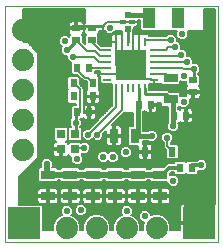
<source format=gtl>
G75*
%MOIN*%
%OFA0B0*%
%FSLAX25Y25*%
%IPPOS*%
%LPD*%
%AMOC8*
5,1,8,0,0,1.08239X$1,22.5*
%
%ADD10C,0.00000*%
%ADD11R,0.03000X0.01000*%
%ADD12R,0.01000X0.03000*%
%ADD13R,0.10400X0.10400*%
%ADD14R,0.02362X0.02953*%
%ADD15R,0.01969X0.01181*%
%ADD16R,0.02165X0.02165*%
%ADD17R,0.03937X0.06693*%
%ADD18R,0.02362X0.02756*%
%ADD19R,0.04724X0.03150*%
%ADD20R,0.02756X0.02362*%
%ADD21R,0.02756X0.03150*%
%ADD22R,0.02480X0.03268*%
%ADD23C,0.07400*%
%ADD24R,0.03150X0.04724*%
%ADD25R,0.10630X0.10630*%
%ADD26C,0.00600*%
%ADD27OC8,0.02205*%
%ADD28C,0.01000*%
%ADD29C,0.01600*%
%ADD30C,0.00984*%
%ADD31C,0.01200*%
%ADD32C,0.01969*%
D10*
X0029368Y0010142D02*
X0029368Y0088882D01*
X0100234Y0088882D01*
X0100234Y0010142D01*
X0029368Y0010142D01*
X0031375Y0012741D02*
X0031377Y0012789D01*
X0031383Y0012837D01*
X0031393Y0012884D01*
X0031406Y0012930D01*
X0031424Y0012975D01*
X0031444Y0013019D01*
X0031469Y0013061D01*
X0031497Y0013100D01*
X0031527Y0013137D01*
X0031561Y0013171D01*
X0031598Y0013203D01*
X0031636Y0013232D01*
X0031677Y0013257D01*
X0031720Y0013279D01*
X0031765Y0013297D01*
X0031811Y0013311D01*
X0031858Y0013322D01*
X0031906Y0013329D01*
X0031954Y0013332D01*
X0032002Y0013331D01*
X0032050Y0013326D01*
X0032098Y0013317D01*
X0032144Y0013305D01*
X0032189Y0013288D01*
X0032233Y0013268D01*
X0032275Y0013245D01*
X0032315Y0013218D01*
X0032353Y0013188D01*
X0032388Y0013155D01*
X0032420Y0013119D01*
X0032450Y0013081D01*
X0032476Y0013040D01*
X0032498Y0012997D01*
X0032518Y0012953D01*
X0032533Y0012908D01*
X0032545Y0012861D01*
X0032553Y0012813D01*
X0032557Y0012765D01*
X0032557Y0012717D01*
X0032553Y0012669D01*
X0032545Y0012621D01*
X0032533Y0012574D01*
X0032518Y0012529D01*
X0032498Y0012485D01*
X0032476Y0012442D01*
X0032450Y0012401D01*
X0032420Y0012363D01*
X0032388Y0012327D01*
X0032353Y0012294D01*
X0032315Y0012264D01*
X0032275Y0012237D01*
X0032233Y0012214D01*
X0032189Y0012194D01*
X0032144Y0012177D01*
X0032098Y0012165D01*
X0032050Y0012156D01*
X0032002Y0012151D01*
X0031954Y0012150D01*
X0031906Y0012153D01*
X0031858Y0012160D01*
X0031811Y0012171D01*
X0031765Y0012185D01*
X0031720Y0012203D01*
X0031677Y0012225D01*
X0031636Y0012250D01*
X0031598Y0012279D01*
X0031561Y0012311D01*
X0031527Y0012345D01*
X0031497Y0012382D01*
X0031469Y0012421D01*
X0031444Y0012463D01*
X0031424Y0012507D01*
X0031406Y0012552D01*
X0031393Y0012598D01*
X0031383Y0012645D01*
X0031377Y0012693D01*
X0031375Y0012741D01*
X0038777Y0012741D02*
X0038779Y0012789D01*
X0038785Y0012837D01*
X0038795Y0012884D01*
X0038808Y0012930D01*
X0038826Y0012975D01*
X0038846Y0013019D01*
X0038871Y0013061D01*
X0038899Y0013100D01*
X0038929Y0013137D01*
X0038963Y0013171D01*
X0039000Y0013203D01*
X0039038Y0013232D01*
X0039079Y0013257D01*
X0039122Y0013279D01*
X0039167Y0013297D01*
X0039213Y0013311D01*
X0039260Y0013322D01*
X0039308Y0013329D01*
X0039356Y0013332D01*
X0039404Y0013331D01*
X0039452Y0013326D01*
X0039500Y0013317D01*
X0039546Y0013305D01*
X0039591Y0013288D01*
X0039635Y0013268D01*
X0039677Y0013245D01*
X0039717Y0013218D01*
X0039755Y0013188D01*
X0039790Y0013155D01*
X0039822Y0013119D01*
X0039852Y0013081D01*
X0039878Y0013040D01*
X0039900Y0012997D01*
X0039920Y0012953D01*
X0039935Y0012908D01*
X0039947Y0012861D01*
X0039955Y0012813D01*
X0039959Y0012765D01*
X0039959Y0012717D01*
X0039955Y0012669D01*
X0039947Y0012621D01*
X0039935Y0012574D01*
X0039920Y0012529D01*
X0039900Y0012485D01*
X0039878Y0012442D01*
X0039852Y0012401D01*
X0039822Y0012363D01*
X0039790Y0012327D01*
X0039755Y0012294D01*
X0039717Y0012264D01*
X0039677Y0012237D01*
X0039635Y0012214D01*
X0039591Y0012194D01*
X0039546Y0012177D01*
X0039500Y0012165D01*
X0039452Y0012156D01*
X0039404Y0012151D01*
X0039356Y0012150D01*
X0039308Y0012153D01*
X0039260Y0012160D01*
X0039213Y0012171D01*
X0039167Y0012185D01*
X0039122Y0012203D01*
X0039079Y0012225D01*
X0039038Y0012250D01*
X0039000Y0012279D01*
X0038963Y0012311D01*
X0038929Y0012345D01*
X0038899Y0012382D01*
X0038871Y0012421D01*
X0038846Y0012463D01*
X0038826Y0012507D01*
X0038808Y0012552D01*
X0038795Y0012598D01*
X0038785Y0012645D01*
X0038779Y0012693D01*
X0038777Y0012741D01*
X0038777Y0020142D02*
X0038779Y0020190D01*
X0038785Y0020238D01*
X0038795Y0020285D01*
X0038808Y0020331D01*
X0038826Y0020376D01*
X0038846Y0020420D01*
X0038871Y0020462D01*
X0038899Y0020501D01*
X0038929Y0020538D01*
X0038963Y0020572D01*
X0039000Y0020604D01*
X0039038Y0020633D01*
X0039079Y0020658D01*
X0039122Y0020680D01*
X0039167Y0020698D01*
X0039213Y0020712D01*
X0039260Y0020723D01*
X0039308Y0020730D01*
X0039356Y0020733D01*
X0039404Y0020732D01*
X0039452Y0020727D01*
X0039500Y0020718D01*
X0039546Y0020706D01*
X0039591Y0020689D01*
X0039635Y0020669D01*
X0039677Y0020646D01*
X0039717Y0020619D01*
X0039755Y0020589D01*
X0039790Y0020556D01*
X0039822Y0020520D01*
X0039852Y0020482D01*
X0039878Y0020441D01*
X0039900Y0020398D01*
X0039920Y0020354D01*
X0039935Y0020309D01*
X0039947Y0020262D01*
X0039955Y0020214D01*
X0039959Y0020166D01*
X0039959Y0020118D01*
X0039955Y0020070D01*
X0039947Y0020022D01*
X0039935Y0019975D01*
X0039920Y0019930D01*
X0039900Y0019886D01*
X0039878Y0019843D01*
X0039852Y0019802D01*
X0039822Y0019764D01*
X0039790Y0019728D01*
X0039755Y0019695D01*
X0039717Y0019665D01*
X0039677Y0019638D01*
X0039635Y0019615D01*
X0039591Y0019595D01*
X0039546Y0019578D01*
X0039500Y0019566D01*
X0039452Y0019557D01*
X0039404Y0019552D01*
X0039356Y0019551D01*
X0039308Y0019554D01*
X0039260Y0019561D01*
X0039213Y0019572D01*
X0039167Y0019586D01*
X0039122Y0019604D01*
X0039079Y0019626D01*
X0039038Y0019651D01*
X0039000Y0019680D01*
X0038963Y0019712D01*
X0038929Y0019746D01*
X0038899Y0019783D01*
X0038871Y0019822D01*
X0038846Y0019864D01*
X0038826Y0019908D01*
X0038808Y0019953D01*
X0038795Y0019999D01*
X0038785Y0020046D01*
X0038779Y0020094D01*
X0038777Y0020142D01*
X0031375Y0020142D02*
X0031377Y0020190D01*
X0031383Y0020238D01*
X0031393Y0020285D01*
X0031406Y0020331D01*
X0031424Y0020376D01*
X0031444Y0020420D01*
X0031469Y0020462D01*
X0031497Y0020501D01*
X0031527Y0020538D01*
X0031561Y0020572D01*
X0031598Y0020604D01*
X0031636Y0020633D01*
X0031677Y0020658D01*
X0031720Y0020680D01*
X0031765Y0020698D01*
X0031811Y0020712D01*
X0031858Y0020723D01*
X0031906Y0020730D01*
X0031954Y0020733D01*
X0032002Y0020732D01*
X0032050Y0020727D01*
X0032098Y0020718D01*
X0032144Y0020706D01*
X0032189Y0020689D01*
X0032233Y0020669D01*
X0032275Y0020646D01*
X0032315Y0020619D01*
X0032353Y0020589D01*
X0032388Y0020556D01*
X0032420Y0020520D01*
X0032450Y0020482D01*
X0032476Y0020441D01*
X0032498Y0020398D01*
X0032518Y0020354D01*
X0032533Y0020309D01*
X0032545Y0020262D01*
X0032553Y0020214D01*
X0032557Y0020166D01*
X0032557Y0020118D01*
X0032553Y0020070D01*
X0032545Y0020022D01*
X0032533Y0019975D01*
X0032518Y0019930D01*
X0032498Y0019886D01*
X0032476Y0019843D01*
X0032450Y0019802D01*
X0032420Y0019764D01*
X0032388Y0019728D01*
X0032353Y0019695D01*
X0032315Y0019665D01*
X0032275Y0019638D01*
X0032233Y0019615D01*
X0032189Y0019595D01*
X0032144Y0019578D01*
X0032098Y0019566D01*
X0032050Y0019557D01*
X0032002Y0019552D01*
X0031954Y0019551D01*
X0031906Y0019554D01*
X0031858Y0019561D01*
X0031811Y0019572D01*
X0031765Y0019586D01*
X0031720Y0019604D01*
X0031677Y0019626D01*
X0031636Y0019651D01*
X0031598Y0019680D01*
X0031561Y0019712D01*
X0031527Y0019746D01*
X0031497Y0019783D01*
X0031469Y0019822D01*
X0031444Y0019864D01*
X0031424Y0019908D01*
X0031406Y0019953D01*
X0031393Y0019999D01*
X0031383Y0020046D01*
X0031377Y0020094D01*
X0031375Y0020142D01*
X0089643Y0020142D02*
X0089645Y0020190D01*
X0089651Y0020238D01*
X0089661Y0020285D01*
X0089674Y0020331D01*
X0089692Y0020376D01*
X0089712Y0020420D01*
X0089737Y0020462D01*
X0089765Y0020501D01*
X0089795Y0020538D01*
X0089829Y0020572D01*
X0089866Y0020604D01*
X0089904Y0020633D01*
X0089945Y0020658D01*
X0089988Y0020680D01*
X0090033Y0020698D01*
X0090079Y0020712D01*
X0090126Y0020723D01*
X0090174Y0020730D01*
X0090222Y0020733D01*
X0090270Y0020732D01*
X0090318Y0020727D01*
X0090366Y0020718D01*
X0090412Y0020706D01*
X0090457Y0020689D01*
X0090501Y0020669D01*
X0090543Y0020646D01*
X0090583Y0020619D01*
X0090621Y0020589D01*
X0090656Y0020556D01*
X0090688Y0020520D01*
X0090718Y0020482D01*
X0090744Y0020441D01*
X0090766Y0020398D01*
X0090786Y0020354D01*
X0090801Y0020309D01*
X0090813Y0020262D01*
X0090821Y0020214D01*
X0090825Y0020166D01*
X0090825Y0020118D01*
X0090821Y0020070D01*
X0090813Y0020022D01*
X0090801Y0019975D01*
X0090786Y0019930D01*
X0090766Y0019886D01*
X0090744Y0019843D01*
X0090718Y0019802D01*
X0090688Y0019764D01*
X0090656Y0019728D01*
X0090621Y0019695D01*
X0090583Y0019665D01*
X0090543Y0019638D01*
X0090501Y0019615D01*
X0090457Y0019595D01*
X0090412Y0019578D01*
X0090366Y0019566D01*
X0090318Y0019557D01*
X0090270Y0019552D01*
X0090222Y0019551D01*
X0090174Y0019554D01*
X0090126Y0019561D01*
X0090079Y0019572D01*
X0090033Y0019586D01*
X0089988Y0019604D01*
X0089945Y0019626D01*
X0089904Y0019651D01*
X0089866Y0019680D01*
X0089829Y0019712D01*
X0089795Y0019746D01*
X0089765Y0019783D01*
X0089737Y0019822D01*
X0089712Y0019864D01*
X0089692Y0019908D01*
X0089674Y0019953D01*
X0089661Y0019999D01*
X0089651Y0020046D01*
X0089645Y0020094D01*
X0089643Y0020142D01*
X0089643Y0012741D02*
X0089645Y0012789D01*
X0089651Y0012837D01*
X0089661Y0012884D01*
X0089674Y0012930D01*
X0089692Y0012975D01*
X0089712Y0013019D01*
X0089737Y0013061D01*
X0089765Y0013100D01*
X0089795Y0013137D01*
X0089829Y0013171D01*
X0089866Y0013203D01*
X0089904Y0013232D01*
X0089945Y0013257D01*
X0089988Y0013279D01*
X0090033Y0013297D01*
X0090079Y0013311D01*
X0090126Y0013322D01*
X0090174Y0013329D01*
X0090222Y0013332D01*
X0090270Y0013331D01*
X0090318Y0013326D01*
X0090366Y0013317D01*
X0090412Y0013305D01*
X0090457Y0013288D01*
X0090501Y0013268D01*
X0090543Y0013245D01*
X0090583Y0013218D01*
X0090621Y0013188D01*
X0090656Y0013155D01*
X0090688Y0013119D01*
X0090718Y0013081D01*
X0090744Y0013040D01*
X0090766Y0012997D01*
X0090786Y0012953D01*
X0090801Y0012908D01*
X0090813Y0012861D01*
X0090821Y0012813D01*
X0090825Y0012765D01*
X0090825Y0012717D01*
X0090821Y0012669D01*
X0090813Y0012621D01*
X0090801Y0012574D01*
X0090786Y0012529D01*
X0090766Y0012485D01*
X0090744Y0012442D01*
X0090718Y0012401D01*
X0090688Y0012363D01*
X0090656Y0012327D01*
X0090621Y0012294D01*
X0090583Y0012264D01*
X0090543Y0012237D01*
X0090501Y0012214D01*
X0090457Y0012194D01*
X0090412Y0012177D01*
X0090366Y0012165D01*
X0090318Y0012156D01*
X0090270Y0012151D01*
X0090222Y0012150D01*
X0090174Y0012153D01*
X0090126Y0012160D01*
X0090079Y0012171D01*
X0090033Y0012185D01*
X0089988Y0012203D01*
X0089945Y0012225D01*
X0089904Y0012250D01*
X0089866Y0012279D01*
X0089829Y0012311D01*
X0089795Y0012345D01*
X0089765Y0012382D01*
X0089737Y0012421D01*
X0089712Y0012463D01*
X0089692Y0012507D01*
X0089674Y0012552D01*
X0089661Y0012598D01*
X0089651Y0012645D01*
X0089645Y0012693D01*
X0089643Y0012741D01*
X0097044Y0012741D02*
X0097046Y0012789D01*
X0097052Y0012837D01*
X0097062Y0012884D01*
X0097075Y0012930D01*
X0097093Y0012975D01*
X0097113Y0013019D01*
X0097138Y0013061D01*
X0097166Y0013100D01*
X0097196Y0013137D01*
X0097230Y0013171D01*
X0097267Y0013203D01*
X0097305Y0013232D01*
X0097346Y0013257D01*
X0097389Y0013279D01*
X0097434Y0013297D01*
X0097480Y0013311D01*
X0097527Y0013322D01*
X0097575Y0013329D01*
X0097623Y0013332D01*
X0097671Y0013331D01*
X0097719Y0013326D01*
X0097767Y0013317D01*
X0097813Y0013305D01*
X0097858Y0013288D01*
X0097902Y0013268D01*
X0097944Y0013245D01*
X0097984Y0013218D01*
X0098022Y0013188D01*
X0098057Y0013155D01*
X0098089Y0013119D01*
X0098119Y0013081D01*
X0098145Y0013040D01*
X0098167Y0012997D01*
X0098187Y0012953D01*
X0098202Y0012908D01*
X0098214Y0012861D01*
X0098222Y0012813D01*
X0098226Y0012765D01*
X0098226Y0012717D01*
X0098222Y0012669D01*
X0098214Y0012621D01*
X0098202Y0012574D01*
X0098187Y0012529D01*
X0098167Y0012485D01*
X0098145Y0012442D01*
X0098119Y0012401D01*
X0098089Y0012363D01*
X0098057Y0012327D01*
X0098022Y0012294D01*
X0097984Y0012264D01*
X0097944Y0012237D01*
X0097902Y0012214D01*
X0097858Y0012194D01*
X0097813Y0012177D01*
X0097767Y0012165D01*
X0097719Y0012156D01*
X0097671Y0012151D01*
X0097623Y0012150D01*
X0097575Y0012153D01*
X0097527Y0012160D01*
X0097480Y0012171D01*
X0097434Y0012185D01*
X0097389Y0012203D01*
X0097346Y0012225D01*
X0097305Y0012250D01*
X0097267Y0012279D01*
X0097230Y0012311D01*
X0097196Y0012345D01*
X0097166Y0012382D01*
X0097138Y0012421D01*
X0097113Y0012463D01*
X0097093Y0012507D01*
X0097075Y0012552D01*
X0097062Y0012598D01*
X0097052Y0012645D01*
X0097046Y0012693D01*
X0097044Y0012741D01*
X0097044Y0020142D02*
X0097046Y0020190D01*
X0097052Y0020238D01*
X0097062Y0020285D01*
X0097075Y0020331D01*
X0097093Y0020376D01*
X0097113Y0020420D01*
X0097138Y0020462D01*
X0097166Y0020501D01*
X0097196Y0020538D01*
X0097230Y0020572D01*
X0097267Y0020604D01*
X0097305Y0020633D01*
X0097346Y0020658D01*
X0097389Y0020680D01*
X0097434Y0020698D01*
X0097480Y0020712D01*
X0097527Y0020723D01*
X0097575Y0020730D01*
X0097623Y0020733D01*
X0097671Y0020732D01*
X0097719Y0020727D01*
X0097767Y0020718D01*
X0097813Y0020706D01*
X0097858Y0020689D01*
X0097902Y0020669D01*
X0097944Y0020646D01*
X0097984Y0020619D01*
X0098022Y0020589D01*
X0098057Y0020556D01*
X0098089Y0020520D01*
X0098119Y0020482D01*
X0098145Y0020441D01*
X0098167Y0020398D01*
X0098187Y0020354D01*
X0098202Y0020309D01*
X0098214Y0020262D01*
X0098222Y0020214D01*
X0098226Y0020166D01*
X0098226Y0020118D01*
X0098222Y0020070D01*
X0098214Y0020022D01*
X0098202Y0019975D01*
X0098187Y0019930D01*
X0098167Y0019886D01*
X0098145Y0019843D01*
X0098119Y0019802D01*
X0098089Y0019764D01*
X0098057Y0019728D01*
X0098022Y0019695D01*
X0097984Y0019665D01*
X0097944Y0019638D01*
X0097902Y0019615D01*
X0097858Y0019595D01*
X0097813Y0019578D01*
X0097767Y0019566D01*
X0097719Y0019557D01*
X0097671Y0019552D01*
X0097623Y0019551D01*
X0097575Y0019554D01*
X0097527Y0019561D01*
X0097480Y0019572D01*
X0097434Y0019586D01*
X0097389Y0019604D01*
X0097346Y0019626D01*
X0097305Y0019651D01*
X0097267Y0019680D01*
X0097230Y0019712D01*
X0097196Y0019746D01*
X0097166Y0019783D01*
X0097138Y0019822D01*
X0097113Y0019864D01*
X0097093Y0019908D01*
X0097075Y0019953D01*
X0097062Y0019999D01*
X0097052Y0020046D01*
X0097046Y0020094D01*
X0097044Y0020142D01*
D11*
X0078850Y0064276D03*
X0078850Y0066245D03*
X0078850Y0068213D03*
X0078850Y0070182D03*
X0078850Y0072150D03*
X0078850Y0074119D03*
X0063350Y0074119D03*
X0063350Y0072150D03*
X0063350Y0070182D03*
X0063350Y0068213D03*
X0063350Y0066245D03*
X0063350Y0064276D03*
D12*
X0066179Y0061447D03*
X0068147Y0061447D03*
X0070116Y0061447D03*
X0072084Y0061447D03*
X0074053Y0061447D03*
X0076021Y0061447D03*
X0076021Y0076947D03*
X0074053Y0076947D03*
X0072084Y0076947D03*
X0070116Y0076947D03*
X0068147Y0076947D03*
X0066179Y0076947D03*
D13*
X0071100Y0069197D03*
D14*
X0058600Y0063154D03*
X0058600Y0058705D03*
X0052104Y0058705D03*
X0052104Y0063154D03*
D15*
X0068738Y0083371D03*
X0071494Y0083371D03*
D16*
X0070116Y0085733D03*
X0070116Y0081008D03*
D17*
X0077202Y0084749D03*
X0087045Y0084749D03*
D18*
X0057320Y0068213D03*
X0053383Y0068213D03*
X0053383Y0053449D03*
X0057320Y0053449D03*
X0073856Y0055812D03*
X0077793Y0055812D03*
X0085667Y0052268D03*
X0089604Y0052268D03*
X0091572Y0034945D03*
X0087635Y0034945D03*
D19*
X0080943Y0032583D03*
X0080943Y0025497D03*
X0073462Y0025497D03*
X0065982Y0025497D03*
X0058502Y0025497D03*
X0051021Y0025497D03*
X0051021Y0032583D03*
X0058502Y0032583D03*
X0065982Y0032583D03*
X0073462Y0032583D03*
X0084486Y0057780D03*
X0084486Y0064867D03*
X0043541Y0032583D03*
X0043541Y0025497D03*
D20*
X0091966Y0060142D03*
X0091966Y0064079D03*
X0058108Y0077465D03*
X0058108Y0081402D03*
X0052990Y0081402D03*
X0052990Y0077465D03*
D21*
X0052596Y0046166D03*
X0047872Y0046166D03*
X0047872Y0041048D03*
X0052596Y0041048D03*
D22*
X0076021Y0040260D03*
X0085076Y0040260D03*
D23*
X0079801Y0014867D03*
X0069801Y0014867D03*
X0059801Y0014867D03*
X0049801Y0014867D03*
X0035273Y0040851D03*
X0035273Y0050851D03*
X0035273Y0060851D03*
X0035273Y0070851D03*
X0035273Y0080851D03*
D24*
X0065588Y0045575D03*
X0072675Y0045575D03*
D25*
X0093935Y0016441D03*
X0035667Y0016441D03*
D26*
X0041882Y0016726D02*
X0045592Y0016726D01*
X0045840Y0017324D02*
X0041882Y0017324D01*
X0041882Y0017923D02*
X0046352Y0017923D01*
X0045901Y0017472D02*
X0045201Y0015782D01*
X0045201Y0014079D01*
X0041882Y0014079D01*
X0041882Y0022129D01*
X0041355Y0022656D01*
X0034092Y0022656D01*
X0034092Y0031796D01*
X0040391Y0038095D01*
X0040391Y0073134D01*
X0037121Y0076405D01*
X0037789Y0076746D01*
X0038400Y0077190D01*
X0038934Y0077724D01*
X0039379Y0078335D01*
X0039722Y0079008D01*
X0039955Y0079727D01*
X0040073Y0080473D01*
X0040073Y0080551D01*
X0035573Y0080551D01*
X0035573Y0081151D01*
X0035273Y0081151D01*
X0035273Y0087795D01*
X0056027Y0087795D01*
X0056027Y0083436D01*
X0055850Y0083259D01*
X0055705Y0083008D01*
X0055630Y0082728D01*
X0055630Y0081693D01*
X0056027Y0081693D01*
X0056027Y0081112D01*
X0055630Y0081112D01*
X0055630Y0080076D01*
X0055705Y0079796D01*
X0055850Y0079546D01*
X0056055Y0079341D01*
X0056116Y0079305D01*
X0055830Y0079019D01*
X0055830Y0076322D01*
X0055268Y0076884D01*
X0055268Y0079019D01*
X0054981Y0079305D01*
X0055043Y0079341D01*
X0055248Y0079546D01*
X0055393Y0079796D01*
X0055468Y0080076D01*
X0055468Y0081112D01*
X0053280Y0081112D01*
X0053280Y0081693D01*
X0052699Y0081693D01*
X0052699Y0083683D01*
X0051467Y0083683D01*
X0051187Y0083608D01*
X0050936Y0083463D01*
X0050732Y0083259D01*
X0050587Y0083008D01*
X0050512Y0082728D01*
X0050512Y0081693D01*
X0052699Y0081693D01*
X0052699Y0081112D01*
X0050512Y0081112D01*
X0050512Y0080076D01*
X0050587Y0079796D01*
X0050732Y0079546D01*
X0050936Y0079341D01*
X0050998Y0079305D01*
X0050712Y0079019D01*
X0050712Y0078441D01*
X0050079Y0079074D01*
X0048420Y0079074D01*
X0047247Y0077901D01*
X0047247Y0076242D01*
X0048229Y0075260D01*
X0047917Y0074948D01*
X0047917Y0073289D01*
X0049089Y0072116D01*
X0050003Y0072116D01*
X0050003Y0071124D01*
X0051176Y0069951D01*
X0051302Y0069951D01*
X0051302Y0066462D01*
X0051830Y0065935D01*
X0053374Y0065935D01*
X0055564Y0063745D01*
X0056312Y0063745D01*
X0056519Y0063538D01*
X0056519Y0061305D01*
X0056755Y0061069D01*
X0056743Y0061062D01*
X0056539Y0060857D01*
X0056394Y0060606D01*
X0056319Y0060326D01*
X0056319Y0058996D01*
X0058309Y0058996D01*
X0058309Y0058415D01*
X0056319Y0058415D01*
X0056319Y0057084D01*
X0056394Y0056804D01*
X0056539Y0056553D01*
X0056743Y0056349D01*
X0056994Y0056204D01*
X0057274Y0056129D01*
X0058309Y0056129D01*
X0058309Y0058415D01*
X0058891Y0058415D01*
X0058891Y0058996D01*
X0060881Y0058996D01*
X0060881Y0060326D01*
X0060806Y0060606D01*
X0060661Y0060857D01*
X0060457Y0061062D01*
X0060445Y0061069D01*
X0060681Y0061305D01*
X0060681Y0065003D01*
X0060189Y0065495D01*
X0060189Y0066027D01*
X0059662Y0066554D01*
X0059402Y0066554D01*
X0059402Y0067013D01*
X0060783Y0067013D01*
X0060750Y0066889D01*
X0060750Y0066245D01*
X0063350Y0066245D01*
X0063350Y0066245D01*
X0071100Y0066245D01*
X0071100Y0069197D01*
X0066179Y0069197D01*
X0066179Y0078843D01*
X0066179Y0078971D02*
X0066179Y0078971D01*
X0066179Y0079547D02*
X0065534Y0079547D01*
X0065254Y0079472D01*
X0065003Y0079328D01*
X0064799Y0079123D01*
X0064654Y0078872D01*
X0064579Y0078592D01*
X0064579Y0076947D01*
X0064579Y0075519D01*
X0061477Y0075519D01*
X0061417Y0075459D01*
X0060386Y0076490D01*
X0060386Y0079019D01*
X0060100Y0079305D01*
X0060161Y0079341D01*
X0060366Y0079546D01*
X0060511Y0079796D01*
X0060586Y0080076D01*
X0060586Y0080502D01*
X0062436Y0080502D01*
X0063381Y0079557D01*
X0065040Y0079557D01*
X0065985Y0080502D01*
X0068133Y0080502D01*
X0068133Y0079553D01*
X0068139Y0079547D01*
X0067502Y0079547D01*
X0067223Y0079472D01*
X0067163Y0079438D01*
X0067103Y0079472D01*
X0066824Y0079547D01*
X0066179Y0079547D01*
X0066179Y0076947D01*
X0064579Y0076947D01*
X0066179Y0076947D01*
X0066179Y0076947D01*
X0066179Y0076947D01*
X0066179Y0079547D01*
X0065650Y0080168D02*
X0068133Y0080168D01*
X0068147Y0080497D02*
X0066179Y0080497D01*
X0065052Y0079570D02*
X0068133Y0079570D01*
X0068147Y0080497D02*
X0068147Y0076947D01*
X0068147Y0069197D01*
X0071100Y0069197D01*
X0072084Y0069197D01*
X0072084Y0076947D01*
X0072084Y0070772D01*
X0075037Y0070772D01*
X0075712Y0069497D02*
X0075712Y0068897D01*
X0071400Y0068897D01*
X0071400Y0064586D01*
X0070800Y0064586D01*
X0070800Y0068897D01*
X0071400Y0068897D01*
X0071400Y0069497D01*
X0075712Y0069497D01*
X0075712Y0069395D02*
X0071400Y0069395D01*
X0071400Y0069497D02*
X0071400Y0073809D01*
X0070800Y0073809D01*
X0070800Y0069497D01*
X0066488Y0069497D01*
X0066488Y0068897D01*
X0070800Y0068897D01*
X0070800Y0069497D01*
X0071400Y0069497D01*
X0071100Y0069197D02*
X0074053Y0069197D01*
X0074053Y0076245D01*
X0074053Y0075978D02*
X0074053Y0075978D01*
X0074053Y0075497D02*
X0074053Y0076947D01*
X0074053Y0075497D01*
X0074053Y0075497D01*
X0074053Y0076577D02*
X0074053Y0076577D01*
X0074053Y0076947D02*
X0074053Y0076947D01*
X0074053Y0076947D01*
X0074053Y0079547D01*
X0074698Y0079547D01*
X0074977Y0079472D01*
X0075194Y0079347D01*
X0076894Y0079347D01*
X0077379Y0078862D01*
X0082854Y0078862D01*
X0083656Y0079664D01*
X0085315Y0079664D01*
X0086488Y0078491D01*
X0086488Y0077145D01*
X0086890Y0077145D01*
X0088063Y0075972D01*
X0088063Y0074586D01*
X0088859Y0074586D01*
X0090031Y0073413D01*
X0090031Y0072066D01*
X0090827Y0072066D01*
X0092000Y0070893D01*
X0092000Y0069743D01*
X0093189Y0069743D01*
X0094362Y0068570D01*
X0094362Y0066911D01*
X0093760Y0066309D01*
X0093760Y0066117D01*
X0094244Y0065633D01*
X0094244Y0062525D01*
X0093958Y0062239D01*
X0094020Y0062204D01*
X0094224Y0061999D01*
X0094369Y0061748D01*
X0094444Y0061468D01*
X0094444Y0060433D01*
X0092257Y0060433D01*
X0092257Y0059852D01*
X0094444Y0059852D01*
X0094444Y0058816D01*
X0094369Y0058537D01*
X0094224Y0058286D01*
X0094020Y0058081D01*
X0093769Y0057936D01*
X0093489Y0057861D01*
X0092257Y0057861D01*
X0092257Y0059852D01*
X0091676Y0059852D01*
X0091676Y0057861D01*
X0090780Y0057861D01*
X0090819Y0057822D01*
X0090819Y0056163D01*
X0089646Y0054990D01*
X0087987Y0054990D01*
X0087446Y0055531D01*
X0087221Y0055305D01*
X0086973Y0055305D01*
X0086973Y0054546D01*
X0087221Y0054546D01*
X0087507Y0054260D01*
X0087543Y0054322D01*
X0087747Y0054526D01*
X0087998Y0054671D01*
X0088278Y0054746D01*
X0089313Y0054746D01*
X0089313Y0052559D01*
X0089894Y0052559D01*
X0089894Y0054746D01*
X0090930Y0054746D01*
X0091210Y0054671D01*
X0091460Y0054526D01*
X0091665Y0054322D01*
X0091810Y0054071D01*
X0091885Y0053791D01*
X0091885Y0052559D01*
X0089895Y0052559D01*
X0089895Y0051978D01*
X0091885Y0051978D01*
X0091885Y0050745D01*
X0091810Y0050466D01*
X0091665Y0050215D01*
X0091460Y0050010D01*
X0091210Y0049865D01*
X0090930Y0049790D01*
X0089894Y0049790D01*
X0089894Y0051978D01*
X0089313Y0051978D01*
X0089313Y0049790D01*
X0088278Y0049790D01*
X0087998Y0049865D01*
X0087747Y0050010D01*
X0087543Y0050215D01*
X0087507Y0050277D01*
X0087221Y0049990D01*
X0086973Y0049990D01*
X0086973Y0049857D01*
X0087276Y0049554D01*
X0087276Y0047896D01*
X0086103Y0046723D01*
X0084444Y0046723D01*
X0083271Y0047896D01*
X0083271Y0049554D01*
X0083573Y0049857D01*
X0083573Y0055305D01*
X0081751Y0055305D01*
X0081224Y0055832D01*
X0081224Y0056486D01*
X0080176Y0056486D01*
X0080074Y0056588D01*
X0080074Y0056102D01*
X0078084Y0056102D01*
X0078084Y0055521D01*
X0080074Y0055521D01*
X0080074Y0054289D01*
X0079999Y0054009D01*
X0079854Y0053758D01*
X0079649Y0053553D01*
X0079399Y0053409D01*
X0079119Y0053334D01*
X0078083Y0053334D01*
X0078083Y0055521D01*
X0077502Y0055521D01*
X0077502Y0053334D01*
X0076467Y0053334D01*
X0076187Y0053409D01*
X0075936Y0053553D01*
X0075732Y0053758D01*
X0075696Y0053820D01*
X0075410Y0053534D01*
X0075202Y0053534D01*
X0075202Y0047275D01*
X0077055Y0047275D01*
X0077357Y0047578D01*
X0079016Y0047578D01*
X0080189Y0046405D01*
X0080189Y0044746D01*
X0079016Y0043573D01*
X0077357Y0043573D01*
X0077055Y0043875D01*
X0075150Y0043875D01*
X0075150Y0042994D01*
X0075721Y0042994D01*
X0075721Y0040560D01*
X0075721Y0039960D01*
X0076321Y0039960D01*
X0076321Y0037527D01*
X0077406Y0037527D01*
X0077686Y0037601D01*
X0077937Y0037746D01*
X0078142Y0037951D01*
X0078286Y0038202D01*
X0078361Y0038482D01*
X0078361Y0039960D01*
X0076321Y0039960D01*
X0076321Y0040560D01*
X0078361Y0040560D01*
X0078361Y0042039D01*
X0078286Y0042319D01*
X0078142Y0042570D01*
X0077937Y0042774D01*
X0077686Y0042919D01*
X0077406Y0042994D01*
X0076321Y0042994D01*
X0076321Y0040560D01*
X0075721Y0040560D01*
X0073681Y0040560D01*
X0073681Y0042039D01*
X0073755Y0042313D01*
X0070727Y0042313D01*
X0070200Y0042840D01*
X0070200Y0048310D01*
X0070727Y0048838D01*
X0071802Y0048838D01*
X0071802Y0053337D01*
X0069152Y0053337D01*
X0069147Y0053342D01*
X0064842Y0049038D01*
X0065288Y0049038D01*
X0065288Y0045875D01*
X0065288Y0045275D01*
X0065888Y0045275D01*
X0065888Y0042113D01*
X0067308Y0042113D01*
X0067588Y0042188D01*
X0067838Y0042333D01*
X0068043Y0042538D01*
X0068188Y0042789D01*
X0068263Y0043068D01*
X0068263Y0045275D01*
X0065888Y0045275D01*
X0065888Y0045875D01*
X0068263Y0045875D01*
X0068263Y0048082D01*
X0068188Y0048362D01*
X0068043Y0048613D01*
X0067838Y0048818D01*
X0067588Y0048963D01*
X0067308Y0049038D01*
X0065888Y0049038D01*
X0065888Y0045875D01*
X0065288Y0045875D01*
X0062913Y0045875D01*
X0062913Y0047109D01*
X0062079Y0046274D01*
X0062079Y0045140D01*
X0060906Y0043967D01*
X0059247Y0043967D01*
X0058502Y0044712D01*
X0057756Y0043967D01*
X0056097Y0043967D01*
X0054924Y0045140D01*
X0054924Y0046798D01*
X0056097Y0047971D01*
X0057232Y0047971D01*
X0064979Y0055718D01*
X0064979Y0059375D01*
X0064779Y0059575D01*
X0064779Y0062876D01*
X0061477Y0062876D01*
X0060950Y0063403D01*
X0060950Y0065103D01*
X0060825Y0065320D01*
X0060750Y0065600D01*
X0060750Y0066245D01*
X0063350Y0066245D01*
X0060891Y0065205D02*
X0060479Y0065205D01*
X0060681Y0064607D02*
X0060950Y0064607D01*
X0060950Y0064008D02*
X0060681Y0064008D01*
X0060681Y0063410D02*
X0060950Y0063410D01*
X0060681Y0062811D02*
X0064779Y0062811D01*
X0064779Y0062213D02*
X0060681Y0062213D01*
X0060681Y0061614D02*
X0064779Y0061614D01*
X0064779Y0061016D02*
X0060503Y0061016D01*
X0060857Y0060417D02*
X0064779Y0060417D01*
X0064779Y0059819D02*
X0060881Y0059819D01*
X0060881Y0059220D02*
X0064979Y0059220D01*
X0064979Y0058622D02*
X0058891Y0058622D01*
X0058891Y0058415D02*
X0060881Y0058415D01*
X0060881Y0057084D01*
X0060806Y0056804D01*
X0060661Y0056553D01*
X0060457Y0056349D01*
X0060206Y0056204D01*
X0059926Y0056129D01*
X0058891Y0056129D01*
X0058891Y0058415D01*
X0058891Y0058023D02*
X0058309Y0058023D01*
X0058309Y0057425D02*
X0058891Y0057425D01*
X0058891Y0056826D02*
X0058309Y0056826D01*
X0058309Y0056228D02*
X0058891Y0056228D01*
X0058926Y0055852D02*
X0058646Y0055927D01*
X0057611Y0055927D01*
X0057611Y0053740D01*
X0057030Y0053740D01*
X0057030Y0055927D01*
X0055995Y0055927D01*
X0055715Y0055852D01*
X0055464Y0055707D01*
X0055450Y0055693D01*
X0055450Y0061505D01*
X0054185Y0062770D01*
X0054185Y0065003D01*
X0053658Y0065530D01*
X0050550Y0065530D01*
X0050023Y0065003D01*
X0050023Y0061305D01*
X0050398Y0060930D01*
X0050023Y0060554D01*
X0050023Y0056856D01*
X0050550Y0056329D01*
X0053050Y0056329D01*
X0053050Y0055727D01*
X0051830Y0055727D01*
X0051302Y0055200D01*
X0051302Y0051699D01*
X0051393Y0051608D01*
X0051393Y0051338D01*
X0050791Y0050735D01*
X0050791Y0049077D01*
X0051227Y0048641D01*
X0050845Y0048641D01*
X0050318Y0048113D01*
X0050318Y0044218D01*
X0050845Y0043691D01*
X0054347Y0043691D01*
X0054874Y0044218D01*
X0054874Y0048113D01*
X0054353Y0048634D01*
X0054795Y0049077D01*
X0054795Y0050735D01*
X0054359Y0051171D01*
X0054937Y0051171D01*
X0055224Y0051458D01*
X0055259Y0051396D01*
X0055464Y0051191D01*
X0055715Y0051046D01*
X0055995Y0050971D01*
X0057030Y0050971D01*
X0057030Y0053159D01*
X0055465Y0053159D01*
X0055465Y0053740D01*
X0057030Y0053740D01*
X0057030Y0053159D01*
X0057611Y0053159D01*
X0057611Y0053740D01*
X0059602Y0053740D01*
X0059602Y0054972D01*
X0059527Y0055252D01*
X0059382Y0055503D01*
X0059177Y0055707D01*
X0058926Y0055852D01*
X0059255Y0055629D02*
X0064890Y0055629D01*
X0064979Y0056228D02*
X0060247Y0056228D01*
X0060812Y0056826D02*
X0064979Y0056826D01*
X0064979Y0057425D02*
X0060881Y0057425D01*
X0060881Y0058023D02*
X0064979Y0058023D01*
X0066179Y0055221D02*
X0056927Y0045969D01*
X0055376Y0047250D02*
X0054874Y0047250D01*
X0054874Y0047848D02*
X0055974Y0047848D01*
X0054540Y0048447D02*
X0057708Y0048447D01*
X0058306Y0049045D02*
X0054764Y0049045D01*
X0054795Y0049644D02*
X0058905Y0049644D01*
X0059503Y0050243D02*
X0054795Y0050243D01*
X0054690Y0050841D02*
X0060102Y0050841D01*
X0060700Y0051440D02*
X0059407Y0051440D01*
X0059382Y0051396D02*
X0059527Y0051647D01*
X0059602Y0051927D01*
X0059602Y0053159D01*
X0057611Y0053159D01*
X0057611Y0050971D01*
X0058646Y0050971D01*
X0058926Y0051046D01*
X0059177Y0051191D01*
X0059382Y0051396D01*
X0059602Y0052038D02*
X0061299Y0052038D01*
X0061897Y0052637D02*
X0059602Y0052637D01*
X0059602Y0053834D02*
X0063094Y0053834D01*
X0063693Y0054432D02*
X0059602Y0054432D01*
X0059586Y0055031D02*
X0064291Y0055031D01*
X0066179Y0055221D02*
X0066179Y0061447D01*
X0068147Y0061447D02*
X0068147Y0054040D01*
X0060076Y0045969D01*
X0062079Y0046053D02*
X0062913Y0046053D01*
X0062913Y0046651D02*
X0062456Y0046651D01*
X0062079Y0045454D02*
X0065288Y0045454D01*
X0065288Y0045275D02*
X0062913Y0045275D01*
X0062913Y0043068D01*
X0062988Y0042789D01*
X0063133Y0042538D01*
X0063338Y0042333D01*
X0063589Y0042188D01*
X0063869Y0042113D01*
X0065288Y0042113D01*
X0065288Y0045275D01*
X0065288Y0044856D02*
X0065888Y0044856D01*
X0065888Y0045454D02*
X0070200Y0045454D01*
X0070200Y0044856D02*
X0068263Y0044856D01*
X0068263Y0044257D02*
X0070200Y0044257D01*
X0070200Y0043659D02*
X0068263Y0043659D01*
X0068261Y0043060D02*
X0070200Y0043060D01*
X0070578Y0042462D02*
X0067967Y0042462D01*
X0068493Y0041863D02*
X0057748Y0041863D01*
X0057748Y0041265D02*
X0067895Y0041265D01*
X0067523Y0040893D02*
X0067523Y0039234D01*
X0068696Y0038061D01*
X0070355Y0038061D01*
X0071528Y0039234D01*
X0071528Y0040893D01*
X0070355Y0042066D01*
X0068696Y0042066D01*
X0067523Y0040893D01*
X0067523Y0040666D02*
X0057605Y0040666D01*
X0057748Y0040809D02*
X0057748Y0042468D01*
X0056575Y0043641D01*
X0054916Y0043641D01*
X0054572Y0043297D01*
X0054347Y0043523D01*
X0050845Y0043523D01*
X0050318Y0042995D01*
X0050318Y0042885D01*
X0050275Y0043047D01*
X0050130Y0043298D01*
X0049925Y0043503D01*
X0049674Y0043648D01*
X0049512Y0043691D01*
X0049622Y0043691D01*
X0050150Y0044218D01*
X0050150Y0048113D01*
X0049622Y0048641D01*
X0046121Y0048641D01*
X0045594Y0048113D01*
X0045594Y0044218D01*
X0046121Y0043691D01*
X0046231Y0043691D01*
X0046069Y0043648D01*
X0045818Y0043503D01*
X0045613Y0043298D01*
X0045469Y0043047D01*
X0045394Y0042767D01*
X0045394Y0041348D01*
X0047572Y0041348D01*
X0047572Y0040748D01*
X0048172Y0040748D01*
X0048172Y0038373D01*
X0049394Y0038373D01*
X0049674Y0038448D01*
X0049925Y0038593D01*
X0050130Y0038798D01*
X0050275Y0039048D01*
X0050318Y0039211D01*
X0050318Y0039100D01*
X0050845Y0038573D01*
X0051423Y0038573D01*
X0051381Y0038531D01*
X0051381Y0036872D01*
X0052554Y0035699D01*
X0054213Y0035699D01*
X0055386Y0036872D01*
X0055386Y0038531D01*
X0054845Y0039071D01*
X0054874Y0039100D01*
X0054874Y0039678D01*
X0054916Y0039636D01*
X0056575Y0039636D01*
X0057748Y0040809D01*
X0057007Y0040068D02*
X0060713Y0040068D01*
X0061176Y0040530D02*
X0060003Y0039357D01*
X0060003Y0037699D01*
X0061176Y0036526D01*
X0062835Y0036526D01*
X0063580Y0037271D01*
X0064365Y0036486D01*
X0066024Y0036486D01*
X0067197Y0037659D01*
X0067197Y0039318D01*
X0066024Y0040491D01*
X0064365Y0040491D01*
X0063620Y0039746D01*
X0062835Y0040530D01*
X0061176Y0040530D01*
X0060115Y0039469D02*
X0054874Y0039469D01*
X0055046Y0038871D02*
X0060003Y0038871D01*
X0060003Y0038272D02*
X0055386Y0038272D01*
X0055386Y0037674D02*
X0060028Y0037674D01*
X0060627Y0037075D02*
X0055386Y0037075D01*
X0054991Y0036477D02*
X0085554Y0036477D01*
X0085554Y0036445D02*
X0083471Y0036445D01*
X0082592Y0035567D01*
X0082083Y0035058D01*
X0078208Y0035058D01*
X0077680Y0034531D01*
X0077680Y0034467D01*
X0076724Y0034467D01*
X0076724Y0034531D01*
X0076197Y0035058D01*
X0070727Y0035058D01*
X0070200Y0034531D01*
X0070200Y0034467D01*
X0069244Y0034467D01*
X0069244Y0034531D01*
X0068717Y0035058D01*
X0063247Y0035058D01*
X0062720Y0034531D01*
X0062720Y0034467D01*
X0061764Y0034467D01*
X0061764Y0034531D01*
X0061237Y0035058D01*
X0055767Y0035058D01*
X0055239Y0034531D01*
X0055239Y0034467D01*
X0054283Y0034467D01*
X0054283Y0034531D01*
X0053756Y0035058D01*
X0048286Y0035058D01*
X0047759Y0034531D01*
X0047759Y0034467D01*
X0046803Y0034467D01*
X0046803Y0034531D01*
X0046276Y0035058D01*
X0045031Y0035058D01*
X0045031Y0035179D01*
X0045150Y0035297D01*
X0045150Y0036956D01*
X0043977Y0038129D01*
X0042318Y0038129D01*
X0041145Y0036956D01*
X0041145Y0035297D01*
X0041263Y0035179D01*
X0041263Y0035058D01*
X0040806Y0035058D01*
X0040279Y0034531D01*
X0040279Y0030636D01*
X0040806Y0030108D01*
X0046276Y0030108D01*
X0046803Y0030636D01*
X0046803Y0030699D01*
X0047759Y0030699D01*
X0047759Y0030636D01*
X0048286Y0030108D01*
X0053756Y0030108D01*
X0054283Y0030636D01*
X0054283Y0030699D01*
X0055239Y0030699D01*
X0055239Y0030636D01*
X0055767Y0030108D01*
X0061237Y0030108D01*
X0061764Y0030636D01*
X0061764Y0030699D01*
X0062720Y0030699D01*
X0062720Y0030636D01*
X0063247Y0030108D01*
X0068717Y0030108D01*
X0069244Y0030636D01*
X0069244Y0030699D01*
X0070200Y0030699D01*
X0070200Y0030636D01*
X0070727Y0030108D01*
X0076197Y0030108D01*
X0076724Y0030636D01*
X0076724Y0030699D01*
X0077680Y0030699D01*
X0077680Y0030636D01*
X0078208Y0030108D01*
X0083271Y0030108D01*
X0083271Y0029785D01*
X0084444Y0028612D01*
X0086103Y0028612D01*
X0087276Y0029785D01*
X0087276Y0031444D01*
X0086103Y0032617D01*
X0084444Y0032617D01*
X0084205Y0032378D01*
X0084205Y0032937D01*
X0084713Y0033445D01*
X0085554Y0033445D01*
X0085554Y0033195D01*
X0086082Y0032667D01*
X0089189Y0032667D01*
X0089604Y0033082D01*
X0090019Y0032667D01*
X0093126Y0032667D01*
X0093654Y0033195D01*
X0093654Y0033970D01*
X0093893Y0033730D01*
X0095551Y0033730D01*
X0096724Y0034903D01*
X0096724Y0036562D01*
X0095551Y0037735D01*
X0093893Y0037735D01*
X0093390Y0037233D01*
X0090951Y0037233D01*
X0090942Y0037223D01*
X0090019Y0037223D01*
X0089604Y0036809D01*
X0089189Y0037223D01*
X0086082Y0037223D01*
X0085554Y0036696D01*
X0085554Y0036445D01*
X0085933Y0037075D02*
X0066613Y0037075D01*
X0067197Y0037674D02*
X0074231Y0037674D01*
X0074106Y0037746D02*
X0074357Y0037601D01*
X0074636Y0037527D01*
X0075721Y0037527D01*
X0075721Y0039960D01*
X0073681Y0039960D01*
X0073681Y0038482D01*
X0073756Y0038202D01*
X0073901Y0037951D01*
X0074106Y0037746D01*
X0073737Y0038272D02*
X0070566Y0038272D01*
X0071164Y0038871D02*
X0073681Y0038871D01*
X0073681Y0039469D02*
X0071528Y0039469D01*
X0071528Y0040068D02*
X0075721Y0040068D01*
X0075721Y0040666D02*
X0076321Y0040666D01*
X0076321Y0040068D02*
X0082936Y0040068D01*
X0082936Y0040666D02*
X0078361Y0040666D01*
X0078361Y0041265D02*
X0082375Y0041265D01*
X0082105Y0041535D02*
X0082808Y0040832D01*
X0082936Y0040703D01*
X0082936Y0038254D01*
X0083463Y0037727D01*
X0086689Y0037727D01*
X0087217Y0038254D01*
X0087217Y0042267D01*
X0086689Y0042794D01*
X0084505Y0042794D01*
X0084505Y0043314D01*
X0085307Y0044116D01*
X0085307Y0045775D01*
X0084134Y0046948D01*
X0082475Y0046948D01*
X0081302Y0045775D01*
X0081302Y0044116D01*
X0082105Y0043314D01*
X0082105Y0041535D01*
X0082105Y0041863D02*
X0078361Y0041863D01*
X0078204Y0042462D02*
X0082105Y0042462D01*
X0082105Y0043060D02*
X0075150Y0043060D01*
X0075150Y0043659D02*
X0077271Y0043659D01*
X0076321Y0042462D02*
X0075721Y0042462D01*
X0075721Y0041863D02*
X0076321Y0041863D01*
X0076321Y0041265D02*
X0075721Y0041265D01*
X0075721Y0039469D02*
X0076321Y0039469D01*
X0076321Y0038871D02*
X0075721Y0038871D01*
X0075721Y0038272D02*
X0076321Y0038272D01*
X0076321Y0037674D02*
X0075721Y0037674D01*
X0077811Y0037674D02*
X0093831Y0037674D01*
X0095613Y0037674D02*
X0099146Y0037674D01*
X0099146Y0038272D02*
X0087217Y0038272D01*
X0087217Y0038871D02*
X0099146Y0038871D01*
X0099146Y0039469D02*
X0087217Y0039469D01*
X0087217Y0040068D02*
X0099146Y0040068D01*
X0099146Y0040666D02*
X0087217Y0040666D01*
X0087217Y0041265D02*
X0099146Y0041265D01*
X0099146Y0041863D02*
X0087217Y0041863D01*
X0087022Y0042462D02*
X0099146Y0042462D01*
X0099146Y0043060D02*
X0084505Y0043060D01*
X0084850Y0043659D02*
X0099146Y0043659D01*
X0099146Y0044257D02*
X0085307Y0044257D01*
X0085307Y0044856D02*
X0099146Y0044856D01*
X0099146Y0045454D02*
X0085307Y0045454D01*
X0085029Y0046053D02*
X0099146Y0046053D01*
X0099146Y0046651D02*
X0084430Y0046651D01*
X0083916Y0047250D02*
X0079344Y0047250D01*
X0079942Y0046651D02*
X0082179Y0046651D01*
X0081580Y0046053D02*
X0080189Y0046053D01*
X0080189Y0045454D02*
X0081302Y0045454D01*
X0081302Y0044856D02*
X0080189Y0044856D01*
X0079700Y0044257D02*
X0081302Y0044257D01*
X0081759Y0043659D02*
X0079102Y0043659D01*
X0078361Y0039469D02*
X0082936Y0039469D01*
X0082936Y0038871D02*
X0078361Y0038871D01*
X0078305Y0038272D02*
X0082936Y0038272D01*
X0082904Y0035878D02*
X0054392Y0035878D01*
X0054133Y0034681D02*
X0055390Y0034681D01*
X0052375Y0035878D02*
X0045150Y0035878D01*
X0045132Y0035280D02*
X0082305Y0035280D01*
X0081730Y0032583D02*
X0080943Y0032583D01*
X0084205Y0032886D02*
X0085863Y0032886D01*
X0086432Y0032287D02*
X0099146Y0032287D01*
X0099146Y0031689D02*
X0087031Y0031689D01*
X0087276Y0031090D02*
X0099146Y0031090D01*
X0099146Y0030492D02*
X0087276Y0030492D01*
X0087276Y0029893D02*
X0099146Y0029893D01*
X0099146Y0029295D02*
X0086785Y0029295D01*
X0086186Y0028696D02*
X0099146Y0028696D01*
X0099146Y0028098D02*
X0083725Y0028098D01*
X0083729Y0028096D02*
X0083450Y0028171D01*
X0081242Y0028171D01*
X0081242Y0025797D01*
X0080643Y0025797D01*
X0080643Y0028171D01*
X0078435Y0028171D01*
X0078156Y0028096D01*
X0077905Y0027952D01*
X0077700Y0027747D01*
X0077555Y0027496D01*
X0077480Y0027216D01*
X0077480Y0025797D01*
X0080642Y0025797D01*
X0080642Y0025197D01*
X0077480Y0025197D01*
X0077480Y0023777D01*
X0077555Y0023497D01*
X0077700Y0023246D01*
X0077905Y0023042D01*
X0078156Y0022897D01*
X0078435Y0022822D01*
X0080643Y0022822D01*
X0080643Y0025197D01*
X0081242Y0025197D01*
X0081242Y0022822D01*
X0083450Y0022822D01*
X0083729Y0022897D01*
X0083980Y0023042D01*
X0084185Y0023246D01*
X0084330Y0023497D01*
X0084405Y0023777D01*
X0084405Y0025197D01*
X0081243Y0025197D01*
X0081243Y0025797D01*
X0084405Y0025797D01*
X0084405Y0027216D01*
X0084330Y0027496D01*
X0084185Y0027747D01*
X0083980Y0027952D01*
X0083729Y0028096D01*
X0084328Y0027499D02*
X0099146Y0027499D01*
X0099146Y0026901D02*
X0084405Y0026901D01*
X0084405Y0026302D02*
X0099146Y0026302D01*
X0099146Y0025704D02*
X0081243Y0025704D01*
X0081242Y0026302D02*
X0080643Y0026302D01*
X0080642Y0025704D02*
X0073762Y0025704D01*
X0073762Y0025797D02*
X0073762Y0025197D01*
X0076924Y0025197D01*
X0076924Y0023777D01*
X0076849Y0023497D01*
X0076705Y0023246D01*
X0076500Y0023042D01*
X0076249Y0022897D01*
X0075969Y0022822D01*
X0073762Y0022822D01*
X0073762Y0025197D01*
X0073162Y0025197D01*
X0070000Y0025197D01*
X0070000Y0023777D01*
X0070075Y0023497D01*
X0070220Y0023246D01*
X0070425Y0023042D01*
X0070675Y0022897D01*
X0070955Y0022822D01*
X0073162Y0022822D01*
X0073162Y0025197D01*
X0073162Y0025797D01*
X0073162Y0028171D01*
X0070955Y0028171D01*
X0070675Y0028096D01*
X0070425Y0027952D01*
X0070220Y0027747D01*
X0070075Y0027496D01*
X0070000Y0027216D01*
X0070000Y0025797D01*
X0073162Y0025797D01*
X0073762Y0025797D01*
X0073762Y0028171D01*
X0075969Y0028171D01*
X0076249Y0028096D01*
X0076500Y0027952D01*
X0076705Y0027747D01*
X0076849Y0027496D01*
X0076924Y0027216D01*
X0076924Y0025797D01*
X0073762Y0025797D01*
X0073762Y0026302D02*
X0073162Y0026302D01*
X0073162Y0025704D02*
X0066282Y0025704D01*
X0066282Y0025797D02*
X0066282Y0025197D01*
X0069444Y0025197D01*
X0069444Y0023777D01*
X0069369Y0023497D01*
X0069224Y0023246D01*
X0069020Y0023042D01*
X0068769Y0022897D01*
X0068489Y0022822D01*
X0066282Y0022822D01*
X0066282Y0025197D01*
X0065682Y0025197D01*
X0062520Y0025197D01*
X0062520Y0023777D01*
X0062595Y0023497D01*
X0062739Y0023246D01*
X0062944Y0023042D01*
X0063195Y0022897D01*
X0063475Y0022822D01*
X0065682Y0022822D01*
X0065682Y0025197D01*
X0065682Y0025797D01*
X0065682Y0028171D01*
X0063475Y0028171D01*
X0063195Y0028096D01*
X0062944Y0027952D01*
X0062739Y0027747D01*
X0062595Y0027496D01*
X0062520Y0027216D01*
X0062520Y0025797D01*
X0065682Y0025797D01*
X0066282Y0025797D01*
X0066282Y0028171D01*
X0068489Y0028171D01*
X0068769Y0028096D01*
X0069020Y0027952D01*
X0069224Y0027747D01*
X0069369Y0027496D01*
X0069444Y0027216D01*
X0069444Y0025797D01*
X0066282Y0025797D01*
X0066282Y0026302D02*
X0065682Y0026302D01*
X0065682Y0025704D02*
X0058802Y0025704D01*
X0058802Y0025797D02*
X0058802Y0025197D01*
X0061964Y0025197D01*
X0061964Y0023777D01*
X0061889Y0023497D01*
X0061744Y0023246D01*
X0061539Y0023042D01*
X0061288Y0022897D01*
X0061009Y0022822D01*
X0058802Y0022822D01*
X0058802Y0025197D01*
X0058202Y0025197D01*
X0058202Y0022822D01*
X0055995Y0022822D01*
X0055715Y0022897D01*
X0055464Y0023042D01*
X0055259Y0023246D01*
X0055114Y0023497D01*
X0055039Y0023777D01*
X0055039Y0025197D01*
X0058202Y0025197D01*
X0058202Y0025797D01*
X0058202Y0028171D01*
X0055995Y0028171D01*
X0055715Y0028096D01*
X0055464Y0027952D01*
X0055259Y0027747D01*
X0055114Y0027496D01*
X0055039Y0027216D01*
X0055039Y0025797D01*
X0058202Y0025797D01*
X0058802Y0025797D01*
X0061964Y0025797D01*
X0061964Y0027216D01*
X0061889Y0027496D01*
X0061744Y0027747D01*
X0061539Y0027952D01*
X0061288Y0028096D01*
X0061009Y0028171D01*
X0058802Y0028171D01*
X0058802Y0025797D01*
X0058802Y0026302D02*
X0058202Y0026302D01*
X0058202Y0025704D02*
X0051321Y0025704D01*
X0051321Y0025797D02*
X0051321Y0025197D01*
X0054483Y0025197D01*
X0054483Y0023777D01*
X0054408Y0023497D01*
X0054264Y0023246D01*
X0054059Y0023042D01*
X0053808Y0022897D01*
X0053528Y0022822D01*
X0051321Y0022822D01*
X0051321Y0025197D01*
X0050721Y0025197D01*
X0047559Y0025197D01*
X0047559Y0023777D01*
X0047634Y0023497D01*
X0047779Y0023246D01*
X0047984Y0023042D01*
X0048234Y0022897D01*
X0048514Y0022822D01*
X0050721Y0022822D01*
X0050721Y0025197D01*
X0050721Y0025797D01*
X0050721Y0028171D01*
X0048514Y0028171D01*
X0048234Y0028096D01*
X0047984Y0027952D01*
X0047779Y0027747D01*
X0047634Y0027496D01*
X0047559Y0027216D01*
X0047559Y0025797D01*
X0050721Y0025797D01*
X0051321Y0025797D01*
X0051321Y0028171D01*
X0053528Y0028171D01*
X0053808Y0028096D01*
X0054059Y0027952D01*
X0054264Y0027747D01*
X0054408Y0027496D01*
X0054483Y0027216D01*
X0054483Y0025797D01*
X0051321Y0025797D01*
X0051321Y0026302D02*
X0050721Y0026302D01*
X0050721Y0025704D02*
X0043841Y0025704D01*
X0043841Y0025797D02*
X0043841Y0025197D01*
X0047003Y0025197D01*
X0047003Y0023777D01*
X0046928Y0023497D01*
X0046783Y0023246D01*
X0046579Y0023042D01*
X0046328Y0022897D01*
X0046048Y0022822D01*
X0043841Y0022822D01*
X0043841Y0025197D01*
X0043241Y0025197D01*
X0040079Y0025197D01*
X0040079Y0023777D01*
X0040154Y0023497D01*
X0040299Y0023246D01*
X0040503Y0023042D01*
X0040754Y0022897D01*
X0041034Y0022822D01*
X0043241Y0022822D01*
X0043241Y0025197D01*
X0043241Y0025797D01*
X0043241Y0028171D01*
X0041034Y0028171D01*
X0040754Y0028096D01*
X0040503Y0027952D01*
X0040299Y0027747D01*
X0040154Y0027496D01*
X0040079Y0027216D01*
X0040079Y0025797D01*
X0043241Y0025797D01*
X0043841Y0025797D01*
X0043841Y0028171D01*
X0046048Y0028171D01*
X0046328Y0028096D01*
X0046579Y0027952D01*
X0046783Y0027747D01*
X0046928Y0027496D01*
X0047003Y0027216D01*
X0047003Y0025797D01*
X0043841Y0025797D01*
X0043841Y0026302D02*
X0043241Y0026302D01*
X0043241Y0025704D02*
X0034092Y0025704D01*
X0034092Y0026302D02*
X0040079Y0026302D01*
X0040079Y0026901D02*
X0034092Y0026901D01*
X0034092Y0027499D02*
X0040156Y0027499D01*
X0040759Y0028098D02*
X0034092Y0028098D01*
X0034092Y0028696D02*
X0084360Y0028696D01*
X0083762Y0029295D02*
X0034092Y0029295D01*
X0034092Y0029893D02*
X0083271Y0029893D01*
X0081242Y0028098D02*
X0080643Y0028098D01*
X0080643Y0027499D02*
X0081242Y0027499D01*
X0081242Y0026901D02*
X0080643Y0026901D01*
X0080643Y0025105D02*
X0081242Y0025105D01*
X0081242Y0024507D02*
X0080643Y0024507D01*
X0080643Y0023908D02*
X0081242Y0023908D01*
X0081242Y0023309D02*
X0080643Y0023309D01*
X0077664Y0023309D02*
X0076741Y0023309D01*
X0076924Y0023908D02*
X0077480Y0023908D01*
X0077480Y0024507D02*
X0076924Y0024507D01*
X0076924Y0025105D02*
X0077480Y0025105D01*
X0077480Y0026302D02*
X0076924Y0026302D01*
X0076924Y0026901D02*
X0077480Y0026901D01*
X0077557Y0027499D02*
X0076848Y0027499D01*
X0076245Y0028098D02*
X0078160Y0028098D01*
X0077824Y0030492D02*
X0076580Y0030492D01*
X0073762Y0028098D02*
X0073162Y0028098D01*
X0073162Y0027499D02*
X0073762Y0027499D01*
X0073762Y0026901D02*
X0073162Y0026901D01*
X0073162Y0025105D02*
X0073762Y0025105D01*
X0073762Y0024507D02*
X0073162Y0024507D01*
X0073162Y0023908D02*
X0073762Y0023908D01*
X0073762Y0023309D02*
X0073162Y0023309D01*
X0071497Y0021514D02*
X0087520Y0021514D01*
X0087520Y0021901D02*
X0087520Y0016741D01*
X0093635Y0016741D01*
X0093635Y0016141D01*
X0087520Y0016141D01*
X0087520Y0014079D01*
X0084401Y0014079D01*
X0084401Y0015782D01*
X0083700Y0017472D01*
X0082406Y0018766D01*
X0080716Y0019467D01*
X0078886Y0019467D01*
X0077827Y0019028D01*
X0077827Y0019633D01*
X0076654Y0020806D01*
X0074995Y0020806D01*
X0073822Y0019633D01*
X0073822Y0017974D01*
X0074995Y0016801D01*
X0075623Y0016801D01*
X0075201Y0015782D01*
X0075201Y0014079D01*
X0074401Y0014079D01*
X0074401Y0015782D01*
X0073700Y0017472D01*
X0072406Y0018766D01*
X0071426Y0019172D01*
X0071803Y0019549D01*
X0071803Y0021208D01*
X0070630Y0022381D01*
X0068971Y0022381D01*
X0067798Y0021208D01*
X0067798Y0019549D01*
X0068175Y0019172D01*
X0067195Y0018766D01*
X0065901Y0017472D01*
X0065201Y0015782D01*
X0065201Y0014079D01*
X0064401Y0014079D01*
X0064401Y0015782D01*
X0063700Y0017472D01*
X0062406Y0018766D01*
X0060716Y0019467D01*
X0058886Y0019467D01*
X0057195Y0018766D01*
X0055901Y0017472D01*
X0055201Y0015782D01*
X0055201Y0014079D01*
X0054401Y0014079D01*
X0054401Y0015782D01*
X0053700Y0017472D01*
X0052406Y0018766D01*
X0051426Y0019172D01*
X0051803Y0019549D01*
X0051803Y0021208D01*
X0050630Y0022381D01*
X0048971Y0022381D01*
X0047798Y0021208D01*
X0047798Y0019549D01*
X0048175Y0019172D01*
X0047195Y0018766D01*
X0045901Y0017472D01*
X0045344Y0016127D02*
X0041882Y0016127D01*
X0041882Y0015529D02*
X0045201Y0015529D01*
X0045201Y0014930D02*
X0041882Y0014930D01*
X0041882Y0014332D02*
X0045201Y0014332D01*
X0046950Y0018521D02*
X0041882Y0018521D01*
X0041882Y0019120D02*
X0048049Y0019120D01*
X0047798Y0019718D02*
X0041882Y0019718D01*
X0041882Y0020317D02*
X0047798Y0020317D01*
X0047798Y0020915D02*
X0041882Y0020915D01*
X0041882Y0021514D02*
X0048105Y0021514D01*
X0048703Y0022112D02*
X0041882Y0022112D01*
X0043241Y0023309D02*
X0043841Y0023309D01*
X0043841Y0023908D02*
X0043241Y0023908D01*
X0043241Y0024507D02*
X0043841Y0024507D01*
X0043841Y0025105D02*
X0043241Y0025105D01*
X0043241Y0026901D02*
X0043841Y0026901D01*
X0043841Y0027499D02*
X0043241Y0027499D01*
X0043241Y0028098D02*
X0043841Y0028098D01*
X0046323Y0028098D02*
X0048239Y0028098D01*
X0047636Y0027499D02*
X0046926Y0027499D01*
X0047003Y0026901D02*
X0047559Y0026901D01*
X0047559Y0026302D02*
X0047003Y0026302D01*
X0047003Y0025105D02*
X0047559Y0025105D01*
X0047559Y0024507D02*
X0047003Y0024507D01*
X0047003Y0023908D02*
X0047559Y0023908D01*
X0047742Y0023309D02*
X0046820Y0023309D01*
X0050721Y0023309D02*
X0051321Y0023309D01*
X0051321Y0023908D02*
X0050721Y0023908D01*
X0050721Y0024507D02*
X0051321Y0024507D01*
X0051321Y0025105D02*
X0050721Y0025105D01*
X0050721Y0026901D02*
X0051321Y0026901D01*
X0051321Y0027499D02*
X0050721Y0027499D01*
X0050721Y0028098D02*
X0051321Y0028098D01*
X0053804Y0028098D02*
X0055719Y0028098D01*
X0055116Y0027499D02*
X0054407Y0027499D01*
X0054483Y0026901D02*
X0055039Y0026901D01*
X0055039Y0026302D02*
X0054483Y0026302D01*
X0054483Y0025105D02*
X0055039Y0025105D01*
X0055039Y0024507D02*
X0054483Y0024507D01*
X0054483Y0023908D02*
X0055039Y0023908D01*
X0055223Y0023309D02*
X0054300Y0023309D01*
X0053735Y0022775D02*
X0052562Y0021602D01*
X0052562Y0019943D01*
X0053735Y0018770D01*
X0055394Y0018770D01*
X0056567Y0019943D01*
X0056567Y0021602D01*
X0055394Y0022775D01*
X0053735Y0022775D01*
X0053672Y0022711D02*
X0034092Y0022711D01*
X0034092Y0023309D02*
X0040262Y0023309D01*
X0040079Y0023908D02*
X0034092Y0023908D01*
X0034092Y0024507D02*
X0040079Y0024507D01*
X0040079Y0025105D02*
X0034092Y0025105D01*
X0034092Y0030492D02*
X0040423Y0030492D01*
X0040279Y0031090D02*
X0034092Y0031090D01*
X0034092Y0031689D02*
X0040279Y0031689D01*
X0040279Y0032287D02*
X0034584Y0032287D01*
X0035182Y0032886D02*
X0040279Y0032886D01*
X0040279Y0033484D02*
X0035781Y0033484D01*
X0036379Y0034083D02*
X0040279Y0034083D01*
X0040429Y0034681D02*
X0036978Y0034681D01*
X0037576Y0035280D02*
X0041162Y0035280D01*
X0041145Y0035878D02*
X0038175Y0035878D01*
X0038773Y0036477D02*
X0041145Y0036477D01*
X0041264Y0037075D02*
X0039372Y0037075D01*
X0039970Y0037674D02*
X0041863Y0037674D01*
X0040391Y0038272D02*
X0051381Y0038272D01*
X0051381Y0037674D02*
X0044432Y0037674D01*
X0045030Y0037075D02*
X0051381Y0037075D01*
X0051776Y0036477D02*
X0045150Y0036477D01*
X0046653Y0034681D02*
X0047909Y0034681D01*
X0047572Y0038373D02*
X0046349Y0038373D01*
X0046069Y0038448D01*
X0045818Y0038593D01*
X0045613Y0038798D01*
X0045469Y0039048D01*
X0045394Y0039328D01*
X0045394Y0040748D01*
X0047572Y0040748D01*
X0047572Y0038373D01*
X0047572Y0038871D02*
X0048172Y0038871D01*
X0048172Y0039469D02*
X0047572Y0039469D01*
X0047572Y0040068D02*
X0048172Y0040068D01*
X0048172Y0040666D02*
X0047572Y0040666D01*
X0047572Y0041265D02*
X0040391Y0041265D01*
X0040391Y0041863D02*
X0045394Y0041863D01*
X0045394Y0042462D02*
X0040391Y0042462D01*
X0040391Y0043060D02*
X0045476Y0043060D01*
X0046111Y0043659D02*
X0040391Y0043659D01*
X0040391Y0044257D02*
X0045594Y0044257D01*
X0045594Y0044856D02*
X0040391Y0044856D01*
X0040391Y0045454D02*
X0045594Y0045454D01*
X0045594Y0046053D02*
X0040391Y0046053D01*
X0040391Y0046651D02*
X0045594Y0046651D01*
X0045594Y0047250D02*
X0040391Y0047250D01*
X0040391Y0047848D02*
X0045594Y0047848D01*
X0045927Y0048447D02*
X0040391Y0048447D01*
X0040391Y0049045D02*
X0050822Y0049045D01*
X0050791Y0049644D02*
X0040391Y0049644D01*
X0040391Y0050243D02*
X0050791Y0050243D01*
X0050896Y0050841D02*
X0040391Y0050841D01*
X0040391Y0051440D02*
X0051393Y0051440D01*
X0051302Y0052038D02*
X0040391Y0052038D01*
X0040391Y0052637D02*
X0051302Y0052637D01*
X0051302Y0053235D02*
X0040391Y0053235D01*
X0040391Y0053834D02*
X0051302Y0053834D01*
X0051302Y0054432D02*
X0040391Y0054432D01*
X0040391Y0055031D02*
X0051302Y0055031D01*
X0051731Y0055629D02*
X0040391Y0055629D01*
X0040391Y0056228D02*
X0053050Y0056228D01*
X0055450Y0056228D02*
X0056953Y0056228D01*
X0057030Y0055629D02*
X0057611Y0055629D01*
X0057611Y0055031D02*
X0057030Y0055031D01*
X0057030Y0054432D02*
X0057611Y0054432D01*
X0057611Y0053834D02*
X0057030Y0053834D01*
X0056887Y0053449D02*
X0055470Y0053449D01*
X0055470Y0057111D01*
X0055450Y0056826D02*
X0056388Y0056826D01*
X0056319Y0057425D02*
X0055450Y0057425D01*
X0055450Y0058023D02*
X0056319Y0058023D01*
X0055450Y0058622D02*
X0058309Y0058622D01*
X0056319Y0059220D02*
X0055450Y0059220D01*
X0055450Y0059819D02*
X0056319Y0059819D01*
X0056343Y0060417D02*
X0055450Y0060417D01*
X0055450Y0061016D02*
X0056697Y0061016D01*
X0056519Y0061614D02*
X0055341Y0061614D01*
X0054742Y0062213D02*
X0056519Y0062213D01*
X0056519Y0062811D02*
X0054185Y0062811D01*
X0054185Y0063410D02*
X0056519Y0063410D01*
X0055301Y0064008D02*
X0054185Y0064008D01*
X0054185Y0064607D02*
X0054702Y0064607D01*
X0054104Y0065205D02*
X0053983Y0065205D01*
X0053505Y0065804D02*
X0040391Y0065804D01*
X0040391Y0066402D02*
X0051362Y0066402D01*
X0051302Y0067001D02*
X0040391Y0067001D01*
X0040391Y0067599D02*
X0051302Y0067599D01*
X0051302Y0068198D02*
X0040391Y0068198D01*
X0040391Y0068796D02*
X0051302Y0068796D01*
X0051302Y0069395D02*
X0040391Y0069395D01*
X0040391Y0069993D02*
X0051134Y0069993D01*
X0050535Y0070592D02*
X0040391Y0070592D01*
X0040391Y0071190D02*
X0050003Y0071190D01*
X0050003Y0071789D02*
X0040391Y0071789D01*
X0040391Y0072387D02*
X0048818Y0072387D01*
X0048220Y0072986D02*
X0040391Y0072986D01*
X0039941Y0073584D02*
X0047917Y0073584D01*
X0047917Y0074183D02*
X0039343Y0074183D01*
X0038744Y0074781D02*
X0047917Y0074781D01*
X0048109Y0075380D02*
X0038146Y0075380D01*
X0037547Y0075978D02*
X0047511Y0075978D01*
X0047247Y0076577D02*
X0037458Y0076577D01*
X0038381Y0077176D02*
X0047247Y0077176D01*
X0047247Y0077774D02*
X0038971Y0077774D01*
X0039398Y0078373D02*
X0047719Y0078373D01*
X0048318Y0078971D02*
X0039703Y0078971D01*
X0039904Y0079570D02*
X0050718Y0079570D01*
X0050712Y0078971D02*
X0050182Y0078971D01*
X0050512Y0080168D02*
X0040025Y0080168D01*
X0040073Y0081151D02*
X0040073Y0081229D01*
X0039955Y0081975D01*
X0039722Y0082693D01*
X0039379Y0083367D01*
X0038934Y0083978D01*
X0038400Y0084512D01*
X0037789Y0084956D01*
X0056027Y0084956D01*
X0056027Y0084358D02*
X0038555Y0084358D01*
X0039093Y0083759D02*
X0056027Y0083759D01*
X0055793Y0083161D02*
X0055304Y0083161D01*
X0055248Y0083259D02*
X0055043Y0083463D01*
X0054792Y0083608D01*
X0054513Y0083683D01*
X0053280Y0083683D01*
X0053280Y0081693D01*
X0055468Y0081693D01*
X0055468Y0082728D01*
X0055393Y0083008D01*
X0055248Y0083259D01*
X0055468Y0082562D02*
X0055630Y0082562D01*
X0055630Y0081964D02*
X0055468Y0081964D01*
X0056027Y0081365D02*
X0053280Y0081365D01*
X0052699Y0081365D02*
X0040052Y0081365D01*
X0040073Y0081151D02*
X0035573Y0081151D01*
X0035573Y0085651D01*
X0035651Y0085651D01*
X0036397Y0085533D01*
X0037116Y0085299D01*
X0037789Y0084956D01*
X0036259Y0085555D02*
X0056027Y0085555D01*
X0056027Y0086153D02*
X0035273Y0086153D01*
X0035273Y0085555D02*
X0035573Y0085555D01*
X0035573Y0084956D02*
X0035273Y0084956D01*
X0035273Y0084358D02*
X0035573Y0084358D01*
X0035573Y0083759D02*
X0035273Y0083759D01*
X0035273Y0083161D02*
X0035573Y0083161D01*
X0035573Y0082562D02*
X0035273Y0082562D01*
X0035273Y0081964D02*
X0035573Y0081964D01*
X0035573Y0081365D02*
X0035273Y0081365D01*
X0035573Y0080767D02*
X0050512Y0080767D01*
X0050512Y0081964D02*
X0039957Y0081964D01*
X0039764Y0082562D02*
X0050512Y0082562D01*
X0050675Y0083161D02*
X0039484Y0083161D01*
X0035273Y0086752D02*
X0056027Y0086752D01*
X0056027Y0087350D02*
X0035273Y0087350D01*
X0052699Y0083161D02*
X0053280Y0083161D01*
X0053280Y0082562D02*
X0052699Y0082562D01*
X0052699Y0081964D02*
X0053280Y0081964D01*
X0055468Y0080767D02*
X0055630Y0080767D01*
X0055630Y0080168D02*
X0055468Y0080168D01*
X0055262Y0079570D02*
X0055836Y0079570D01*
X0055830Y0078971D02*
X0055268Y0078971D01*
X0055268Y0078373D02*
X0055830Y0078373D01*
X0055830Y0077774D02*
X0055268Y0077774D01*
X0055268Y0077176D02*
X0055830Y0077176D01*
X0055830Y0076577D02*
X0055575Y0076577D01*
X0052990Y0076953D02*
X0052754Y0076953D01*
X0052990Y0076953D02*
X0052990Y0077465D01*
X0056533Y0073922D01*
X0059131Y0073922D01*
X0060903Y0072150D01*
X0063350Y0072150D01*
X0063350Y0070182D02*
X0060667Y0070182D01*
X0058895Y0071953D01*
X0052006Y0071953D01*
X0053383Y0068213D02*
X0053383Y0067623D01*
X0056061Y0064945D01*
X0056809Y0064945D01*
X0058600Y0063154D01*
X0060189Y0065804D02*
X0060750Y0065804D01*
X0060750Y0066402D02*
X0059813Y0066402D01*
X0059402Y0067001D02*
X0060780Y0067001D01*
X0063350Y0068213D02*
X0057320Y0068213D01*
X0052104Y0063154D02*
X0054250Y0061008D01*
X0054250Y0053449D01*
X0053383Y0053449D01*
X0055465Y0053235D02*
X0057030Y0053235D01*
X0057611Y0053235D02*
X0062496Y0053235D01*
X0066047Y0050243D02*
X0071802Y0050243D01*
X0071802Y0050841D02*
X0066645Y0050841D01*
X0067244Y0051440D02*
X0071802Y0051440D01*
X0071802Y0052038D02*
X0067842Y0052038D01*
X0068441Y0052637D02*
X0071802Y0052637D01*
X0071802Y0053235D02*
X0069039Y0053235D01*
X0071802Y0049644D02*
X0065448Y0049644D01*
X0064850Y0049045D02*
X0071802Y0049045D01*
X0070337Y0048447D02*
X0068139Y0048447D01*
X0068263Y0047848D02*
X0070200Y0047848D01*
X0070200Y0047250D02*
X0068263Y0047250D01*
X0068263Y0046651D02*
X0070200Y0046651D01*
X0070200Y0046053D02*
X0068263Y0046053D01*
X0065888Y0046053D02*
X0065288Y0046053D01*
X0065288Y0046651D02*
X0065888Y0046651D01*
X0065888Y0047250D02*
X0065288Y0047250D01*
X0065288Y0047848D02*
X0065888Y0047848D01*
X0065888Y0048447D02*
X0065288Y0048447D01*
X0065288Y0044257D02*
X0065888Y0044257D01*
X0065888Y0043659D02*
X0065288Y0043659D01*
X0065288Y0043060D02*
X0065888Y0043060D01*
X0065888Y0042462D02*
X0065288Y0042462D01*
X0063209Y0042462D02*
X0057748Y0042462D01*
X0057155Y0043060D02*
X0062916Y0043060D01*
X0062913Y0043659D02*
X0049632Y0043659D01*
X0050150Y0044257D02*
X0050318Y0044257D01*
X0050318Y0044856D02*
X0050150Y0044856D01*
X0050150Y0045454D02*
X0050318Y0045454D01*
X0050318Y0046053D02*
X0050150Y0046053D01*
X0050150Y0046651D02*
X0050318Y0046651D01*
X0050318Y0047250D02*
X0050150Y0047250D01*
X0050150Y0047848D02*
X0050318Y0047848D01*
X0050652Y0048447D02*
X0049816Y0048447D01*
X0054874Y0046651D02*
X0054924Y0046651D01*
X0054924Y0046053D02*
X0054874Y0046053D01*
X0054874Y0045454D02*
X0054924Y0045454D01*
X0054874Y0044856D02*
X0055208Y0044856D01*
X0054874Y0044257D02*
X0055807Y0044257D01*
X0058047Y0044257D02*
X0058956Y0044257D01*
X0061197Y0044257D02*
X0062913Y0044257D01*
X0062913Y0044856D02*
X0061795Y0044856D01*
X0063298Y0040068D02*
X0063942Y0040068D01*
X0066447Y0040068D02*
X0067523Y0040068D01*
X0067523Y0039469D02*
X0067046Y0039469D01*
X0067197Y0038871D02*
X0067886Y0038871D01*
X0068485Y0038272D02*
X0067197Y0038272D01*
X0063776Y0037075D02*
X0063384Y0037075D01*
X0062870Y0034681D02*
X0061613Y0034681D01*
X0061620Y0030492D02*
X0062864Y0030492D01*
X0063200Y0028098D02*
X0061284Y0028098D01*
X0061887Y0027499D02*
X0062596Y0027499D01*
X0062520Y0026901D02*
X0061964Y0026901D01*
X0061964Y0026302D02*
X0062520Y0026302D01*
X0062520Y0025105D02*
X0061964Y0025105D01*
X0061964Y0024507D02*
X0062520Y0024507D01*
X0062520Y0023908D02*
X0061964Y0023908D01*
X0061780Y0023309D02*
X0062703Y0023309D01*
X0065682Y0023309D02*
X0066282Y0023309D01*
X0066282Y0023908D02*
X0065682Y0023908D01*
X0065682Y0024507D02*
X0066282Y0024507D01*
X0066282Y0025105D02*
X0065682Y0025105D01*
X0065682Y0026901D02*
X0066282Y0026901D01*
X0066282Y0027499D02*
X0065682Y0027499D01*
X0065682Y0028098D02*
X0066282Y0028098D01*
X0068764Y0028098D02*
X0070680Y0028098D01*
X0070077Y0027499D02*
X0069367Y0027499D01*
X0069444Y0026901D02*
X0070000Y0026901D01*
X0070000Y0026302D02*
X0069444Y0026302D01*
X0069444Y0025105D02*
X0070000Y0025105D01*
X0070000Y0024507D02*
X0069444Y0024507D01*
X0069444Y0023908D02*
X0070000Y0023908D01*
X0070183Y0023309D02*
X0069261Y0023309D01*
X0068703Y0022112D02*
X0056056Y0022112D01*
X0056567Y0021514D02*
X0068105Y0021514D01*
X0067798Y0020915D02*
X0056567Y0020915D01*
X0056567Y0020317D02*
X0067798Y0020317D01*
X0067798Y0019718D02*
X0056343Y0019718D01*
X0055744Y0019120D02*
X0058049Y0019120D01*
X0056950Y0018521D02*
X0052651Y0018521D01*
X0053250Y0017923D02*
X0056352Y0017923D01*
X0055840Y0017324D02*
X0053762Y0017324D01*
X0054010Y0016726D02*
X0055592Y0016726D01*
X0055344Y0016127D02*
X0054258Y0016127D01*
X0054401Y0015529D02*
X0055201Y0015529D01*
X0055201Y0014930D02*
X0054401Y0014930D01*
X0054401Y0014332D02*
X0055201Y0014332D01*
X0053385Y0019120D02*
X0051553Y0019120D01*
X0051803Y0019718D02*
X0052787Y0019718D01*
X0052562Y0020317D02*
X0051803Y0020317D01*
X0051803Y0020915D02*
X0052562Y0020915D01*
X0052562Y0021514D02*
X0051497Y0021514D01*
X0050899Y0022112D02*
X0053073Y0022112D01*
X0055457Y0022711D02*
X0088073Y0022711D01*
X0088195Y0022781D02*
X0087944Y0022637D01*
X0087739Y0022432D01*
X0087595Y0022181D01*
X0087520Y0021901D01*
X0087576Y0022112D02*
X0070899Y0022112D01*
X0071803Y0020915D02*
X0087520Y0020915D01*
X0087520Y0020317D02*
X0077143Y0020317D01*
X0077741Y0019718D02*
X0087520Y0019718D01*
X0087520Y0019120D02*
X0081553Y0019120D01*
X0082651Y0018521D02*
X0087520Y0018521D01*
X0087520Y0017923D02*
X0083250Y0017923D01*
X0083762Y0017324D02*
X0087520Y0017324D01*
X0087520Y0016127D02*
X0084258Y0016127D01*
X0084401Y0015529D02*
X0087520Y0015529D01*
X0087520Y0014930D02*
X0084401Y0014930D01*
X0084401Y0014332D02*
X0087520Y0014332D01*
X0084010Y0016726D02*
X0093635Y0016726D01*
X0093635Y0016742D02*
X0093635Y0022856D01*
X0088475Y0022856D01*
X0088195Y0022781D01*
X0084405Y0023908D02*
X0099146Y0023908D01*
X0099146Y0023309D02*
X0084221Y0023309D01*
X0084405Y0024507D02*
X0099146Y0024507D01*
X0099146Y0025105D02*
X0084405Y0025105D01*
X0078049Y0019120D02*
X0077827Y0019120D01*
X0075592Y0016726D02*
X0074010Y0016726D01*
X0074258Y0016127D02*
X0075344Y0016127D01*
X0075201Y0015529D02*
X0074401Y0015529D01*
X0074401Y0014930D02*
X0075201Y0014930D01*
X0075201Y0014332D02*
X0074401Y0014332D01*
X0074472Y0017324D02*
X0073762Y0017324D01*
X0073873Y0017923D02*
X0073250Y0017923D01*
X0073822Y0018521D02*
X0072651Y0018521D01*
X0071553Y0019120D02*
X0073822Y0019120D01*
X0073907Y0019718D02*
X0071803Y0019718D01*
X0071803Y0020317D02*
X0074506Y0020317D01*
X0068049Y0019120D02*
X0061553Y0019120D01*
X0062651Y0018521D02*
X0066950Y0018521D01*
X0066352Y0017923D02*
X0063250Y0017923D01*
X0063762Y0017324D02*
X0065840Y0017324D01*
X0065592Y0016726D02*
X0064010Y0016726D01*
X0064258Y0016127D02*
X0065344Y0016127D01*
X0065201Y0015529D02*
X0064401Y0015529D01*
X0064401Y0014930D02*
X0065201Y0014930D01*
X0065201Y0014332D02*
X0064401Y0014332D01*
X0058802Y0023309D02*
X0058202Y0023309D01*
X0058202Y0023908D02*
X0058802Y0023908D01*
X0058802Y0024507D02*
X0058202Y0024507D01*
X0058202Y0025105D02*
X0058802Y0025105D01*
X0058802Y0026901D02*
X0058202Y0026901D01*
X0058202Y0027499D02*
X0058802Y0027499D01*
X0058802Y0028098D02*
X0058202Y0028098D01*
X0055383Y0030492D02*
X0054139Y0030492D01*
X0047903Y0030492D02*
X0046659Y0030492D01*
X0045571Y0038871D02*
X0040391Y0038871D01*
X0040391Y0039469D02*
X0045394Y0039469D01*
X0045394Y0040068D02*
X0040391Y0040068D01*
X0040391Y0040666D02*
X0045394Y0040666D01*
X0050172Y0038871D02*
X0050547Y0038871D01*
X0052596Y0041048D02*
X0053187Y0041638D01*
X0055746Y0041638D01*
X0050383Y0043060D02*
X0050267Y0043060D01*
X0055205Y0051440D02*
X0055234Y0051440D01*
X0057030Y0051440D02*
X0057611Y0051440D01*
X0057611Y0052038D02*
X0057030Y0052038D01*
X0057030Y0052637D02*
X0057611Y0052637D01*
X0050053Y0056826D02*
X0040391Y0056826D01*
X0040391Y0057425D02*
X0050023Y0057425D01*
X0050023Y0058023D02*
X0040391Y0058023D01*
X0040391Y0058622D02*
X0050023Y0058622D01*
X0050023Y0059220D02*
X0040391Y0059220D01*
X0040391Y0059819D02*
X0050023Y0059819D01*
X0050023Y0060417D02*
X0040391Y0060417D01*
X0040391Y0061016D02*
X0050312Y0061016D01*
X0050023Y0061614D02*
X0040391Y0061614D01*
X0040391Y0062213D02*
X0050023Y0062213D01*
X0050023Y0062811D02*
X0040391Y0062811D01*
X0040391Y0063410D02*
X0050023Y0063410D01*
X0050023Y0064008D02*
X0040391Y0064008D01*
X0040391Y0064607D02*
X0050023Y0064607D01*
X0050225Y0065205D02*
X0040391Y0065205D01*
X0058305Y0076875D02*
X0058108Y0077465D01*
X0058305Y0076875D02*
X0061061Y0074119D01*
X0063350Y0074119D01*
X0064579Y0075978D02*
X0060898Y0075978D01*
X0060386Y0076577D02*
X0064579Y0076577D01*
X0064579Y0077176D02*
X0060386Y0077176D01*
X0060386Y0077774D02*
X0064579Y0077774D01*
X0064579Y0078373D02*
X0060386Y0078373D01*
X0060386Y0078971D02*
X0064711Y0078971D01*
X0063368Y0079570D02*
X0060380Y0079570D01*
X0060586Y0080168D02*
X0062770Y0080168D01*
X0061848Y0080221D02*
X0061848Y0082071D01*
X0063383Y0083607D01*
X0068895Y0083607D01*
X0069244Y0083371D02*
X0070822Y0083371D01*
X0071494Y0083371D01*
X0073578Y0083371D01*
X0073578Y0084033D01*
X0074334Y0084033D01*
X0074334Y0081029D01*
X0074861Y0080502D01*
X0086620Y0080502D01*
X0086420Y0080302D01*
X0086420Y0078644D01*
X0087593Y0077471D01*
X0089252Y0077471D01*
X0090425Y0078644D01*
X0090425Y0080302D01*
X0090225Y0080502D01*
X0095095Y0080502D01*
X0095622Y0081029D01*
X0095622Y0087795D01*
X0099146Y0087795D01*
X0099146Y0022856D01*
X0094235Y0022856D01*
X0094235Y0016742D01*
X0093635Y0016742D01*
X0093635Y0017324D02*
X0094235Y0017324D01*
X0094235Y0017923D02*
X0093635Y0017923D01*
X0093635Y0018521D02*
X0094235Y0018521D01*
X0094235Y0019120D02*
X0093635Y0019120D01*
X0093635Y0019718D02*
X0094235Y0019718D01*
X0094235Y0020317D02*
X0093635Y0020317D01*
X0093635Y0020915D02*
X0094235Y0020915D01*
X0094235Y0021514D02*
X0093635Y0021514D01*
X0093635Y0022112D02*
X0094235Y0022112D01*
X0094235Y0022711D02*
X0093635Y0022711D01*
X0093345Y0032886D02*
X0099146Y0032886D01*
X0099146Y0033484D02*
X0093654Y0033484D01*
X0095904Y0034083D02*
X0099146Y0034083D01*
X0099146Y0034681D02*
X0096502Y0034681D01*
X0096724Y0035280D02*
X0099146Y0035280D01*
X0099146Y0035878D02*
X0096724Y0035878D01*
X0096724Y0036477D02*
X0099146Y0036477D01*
X0099146Y0037075D02*
X0096211Y0037075D01*
X0089870Y0037075D02*
X0089337Y0037075D01*
X0085076Y0040260D02*
X0083305Y0042032D01*
X0083305Y0044945D01*
X0083318Y0047848D02*
X0075202Y0047848D01*
X0075202Y0048447D02*
X0083271Y0048447D01*
X0083271Y0049045D02*
X0075202Y0049045D01*
X0075202Y0049644D02*
X0083361Y0049644D01*
X0083573Y0050243D02*
X0075202Y0050243D01*
X0075202Y0050841D02*
X0083573Y0050841D01*
X0083573Y0051440D02*
X0075202Y0051440D01*
X0075202Y0052038D02*
X0083573Y0052038D01*
X0083573Y0052637D02*
X0075202Y0052637D01*
X0075202Y0053235D02*
X0083573Y0053235D01*
X0083573Y0053834D02*
X0079898Y0053834D01*
X0080074Y0054432D02*
X0083573Y0054432D01*
X0083573Y0055031D02*
X0080074Y0055031D01*
X0080074Y0056228D02*
X0081224Y0056228D01*
X0081427Y0055629D02*
X0078084Y0055629D01*
X0078083Y0055031D02*
X0077502Y0055031D01*
X0077502Y0054432D02*
X0078083Y0054432D01*
X0078083Y0053834D02*
X0077502Y0053834D01*
X0077421Y0060755D02*
X0077421Y0062676D01*
X0078850Y0062676D01*
X0080495Y0062676D01*
X0080775Y0062751D01*
X0081025Y0062896D01*
X0081224Y0063094D01*
X0081224Y0062919D01*
X0081751Y0062392D01*
X0087221Y0062392D01*
X0087748Y0062919D01*
X0087748Y0063891D01*
X0087987Y0063652D01*
X0089646Y0063652D01*
X0089688Y0063694D01*
X0089688Y0062525D01*
X0089974Y0062239D01*
X0089913Y0062204D01*
X0089708Y0061999D01*
X0089563Y0061748D01*
X0089488Y0061468D01*
X0089488Y0060433D01*
X0091676Y0060433D01*
X0091676Y0059852D01*
X0089488Y0059852D01*
X0089488Y0058995D01*
X0087987Y0058995D01*
X0087748Y0058756D01*
X0087748Y0059728D01*
X0087221Y0060255D01*
X0083991Y0060255D01*
X0083491Y0060755D01*
X0077421Y0060755D01*
X0077421Y0061016D02*
X0089488Y0061016D01*
X0089527Y0061614D02*
X0077421Y0061614D01*
X0077421Y0062213D02*
X0089929Y0062213D01*
X0089688Y0062811D02*
X0087640Y0062811D01*
X0087748Y0063410D02*
X0089688Y0063410D01*
X0091676Y0060417D02*
X0083829Y0060417D01*
X0081331Y0062811D02*
X0080879Y0062811D01*
X0078850Y0062811D02*
X0078850Y0062811D01*
X0078850Y0062676D02*
X0078850Y0064276D01*
X0078850Y0064276D01*
X0078850Y0062676D01*
X0078850Y0063410D02*
X0078850Y0063410D01*
X0078850Y0064008D02*
X0078850Y0064008D01*
X0078344Y0064394D02*
X0071100Y0064394D01*
X0071100Y0069197D01*
X0070800Y0069395D02*
X0066488Y0069395D01*
X0070800Y0069993D02*
X0071400Y0069993D01*
X0071400Y0070592D02*
X0070800Y0070592D01*
X0070800Y0071190D02*
X0071400Y0071190D01*
X0071400Y0071789D02*
X0070800Y0071789D01*
X0070800Y0072387D02*
X0071400Y0072387D01*
X0071400Y0072986D02*
X0070800Y0072986D01*
X0070800Y0073584D02*
X0071400Y0073584D01*
X0072084Y0076947D02*
X0072084Y0081008D01*
X0073462Y0081008D01*
X0072903Y0081755D02*
X0073153Y0081900D01*
X0073358Y0082105D01*
X0073503Y0082355D01*
X0073578Y0082635D01*
X0073578Y0083371D01*
X0071494Y0083371D01*
X0071494Y0083371D01*
X0071494Y0083371D01*
X0069244Y0083371D01*
X0069244Y0083371D01*
X0072098Y0081680D02*
X0072623Y0081680D01*
X0072903Y0081755D01*
X0073217Y0081964D02*
X0074334Y0081964D01*
X0074334Y0082562D02*
X0073558Y0082562D01*
X0073578Y0083161D02*
X0074334Y0083161D01*
X0074334Y0083759D02*
X0073578Y0083759D01*
X0074334Y0081365D02*
X0072098Y0081365D01*
X0072098Y0081680D02*
X0072098Y0079553D01*
X0072093Y0079547D01*
X0072729Y0079547D01*
X0073009Y0079472D01*
X0073069Y0079438D01*
X0073128Y0079472D01*
X0073408Y0079547D01*
X0074053Y0079547D01*
X0074053Y0076947D01*
X0074053Y0077176D02*
X0074053Y0077176D01*
X0074053Y0077774D02*
X0074053Y0077774D01*
X0074053Y0078373D02*
X0074053Y0078373D01*
X0074053Y0078971D02*
X0074053Y0078971D01*
X0074597Y0080767D02*
X0072098Y0080767D01*
X0072098Y0080168D02*
X0086420Y0080168D01*
X0086420Y0079570D02*
X0085410Y0079570D01*
X0086008Y0078971D02*
X0086420Y0078971D01*
X0086488Y0078373D02*
X0086691Y0078373D01*
X0086488Y0077774D02*
X0087290Y0077774D01*
X0086488Y0077176D02*
X0099146Y0077176D01*
X0099146Y0077774D02*
X0089556Y0077774D01*
X0090154Y0078373D02*
X0099146Y0078373D01*
X0099146Y0078971D02*
X0090425Y0078971D01*
X0090425Y0079570D02*
X0099146Y0079570D01*
X0099146Y0080168D02*
X0090425Y0080168D01*
X0087458Y0076577D02*
X0099146Y0076577D01*
X0099146Y0075978D02*
X0088056Y0075978D01*
X0088063Y0075380D02*
X0099146Y0075380D01*
X0099146Y0074781D02*
X0088063Y0074781D01*
X0089261Y0074183D02*
X0099146Y0074183D01*
X0099146Y0073584D02*
X0089860Y0073584D01*
X0090031Y0072986D02*
X0099146Y0072986D01*
X0099146Y0072387D02*
X0090031Y0072387D01*
X0091104Y0071789D02*
X0099146Y0071789D01*
X0099146Y0071190D02*
X0091702Y0071190D01*
X0092000Y0070592D02*
X0099146Y0070592D01*
X0099146Y0069993D02*
X0092000Y0069993D01*
X0093537Y0069395D02*
X0099146Y0069395D01*
X0099146Y0068796D02*
X0094136Y0068796D01*
X0094362Y0068198D02*
X0099146Y0068198D01*
X0099146Y0067599D02*
X0094362Y0067599D01*
X0094362Y0067001D02*
X0099146Y0067001D01*
X0099146Y0066402D02*
X0093853Y0066402D01*
X0094073Y0065804D02*
X0099146Y0065804D01*
X0099146Y0065205D02*
X0094244Y0065205D01*
X0094244Y0064607D02*
X0099146Y0064607D01*
X0099146Y0064008D02*
X0094244Y0064008D01*
X0094244Y0063410D02*
X0099146Y0063410D01*
X0099146Y0062811D02*
X0094244Y0062811D01*
X0094004Y0062213D02*
X0099146Y0062213D01*
X0099146Y0061614D02*
X0094405Y0061614D01*
X0094444Y0061016D02*
X0099146Y0061016D01*
X0099146Y0060417D02*
X0092257Y0060417D01*
X0092257Y0059819D02*
X0091676Y0059819D01*
X0091676Y0059220D02*
X0092257Y0059220D01*
X0092257Y0058622D02*
X0091676Y0058622D01*
X0091676Y0058023D02*
X0092257Y0058023D01*
X0090819Y0057425D02*
X0099146Y0057425D01*
X0099146Y0058023D02*
X0093919Y0058023D01*
X0094392Y0058622D02*
X0099146Y0058622D01*
X0099146Y0059220D02*
X0094444Y0059220D01*
X0094444Y0059819D02*
X0099146Y0059819D01*
X0099146Y0056826D02*
X0090819Y0056826D01*
X0090819Y0056228D02*
X0099146Y0056228D01*
X0099146Y0055629D02*
X0090285Y0055629D01*
X0089686Y0055031D02*
X0099146Y0055031D01*
X0099146Y0054432D02*
X0091555Y0054432D01*
X0091874Y0053834D02*
X0099146Y0053834D01*
X0099146Y0053235D02*
X0091885Y0053235D01*
X0091885Y0052637D02*
X0099146Y0052637D01*
X0099146Y0052038D02*
X0089895Y0052038D01*
X0089894Y0051440D02*
X0089313Y0051440D01*
X0089313Y0050841D02*
X0089894Y0050841D01*
X0089894Y0050243D02*
X0089313Y0050243D01*
X0091681Y0050243D02*
X0099146Y0050243D01*
X0099146Y0050841D02*
X0091885Y0050841D01*
X0091885Y0051440D02*
X0099146Y0051440D01*
X0099146Y0049644D02*
X0087186Y0049644D01*
X0087276Y0049045D02*
X0099146Y0049045D01*
X0099146Y0048447D02*
X0087276Y0048447D01*
X0087229Y0047848D02*
X0099146Y0047848D01*
X0099146Y0047250D02*
X0086630Y0047250D01*
X0087473Y0050243D02*
X0087527Y0050243D01*
X0089313Y0052637D02*
X0089894Y0052637D01*
X0089894Y0053235D02*
X0089313Y0053235D01*
X0089313Y0053834D02*
X0089894Y0053834D01*
X0089894Y0054432D02*
X0089313Y0054432D01*
X0087947Y0055031D02*
X0086973Y0055031D01*
X0087335Y0054432D02*
X0087653Y0054432D01*
X0087748Y0059220D02*
X0089488Y0059220D01*
X0089488Y0059819D02*
X0087657Y0059819D01*
X0084486Y0064867D02*
X0082911Y0066245D01*
X0078850Y0066245D01*
X0078850Y0068213D02*
X0088423Y0068213D01*
X0088895Y0067741D01*
X0092360Y0067741D01*
X0089998Y0070064D02*
X0089880Y0070182D01*
X0078850Y0070182D01*
X0078850Y0072150D02*
X0087596Y0072150D01*
X0088029Y0072583D01*
X0086021Y0075103D02*
X0083698Y0075103D01*
X0082872Y0074315D01*
X0080155Y0074315D01*
X0079958Y0074119D01*
X0078850Y0074119D01*
X0076021Y0076947D02*
X0076021Y0077662D01*
X0084486Y0077662D01*
X0082963Y0078971D02*
X0077270Y0078971D01*
X0072098Y0079570D02*
X0083562Y0079570D01*
X0086060Y0075142D02*
X0086059Y0075132D01*
X0086055Y0075123D01*
X0086049Y0075114D01*
X0086041Y0075108D01*
X0086031Y0075104D01*
X0086021Y0075103D01*
X0095359Y0080767D02*
X0099146Y0080767D01*
X0099146Y0081365D02*
X0095622Y0081365D01*
X0095622Y0081964D02*
X0099146Y0081964D01*
X0099146Y0082562D02*
X0095622Y0082562D01*
X0095622Y0083161D02*
X0099146Y0083161D01*
X0099146Y0083759D02*
X0095622Y0083759D01*
X0095622Y0084358D02*
X0099146Y0084358D01*
X0099146Y0084956D02*
X0095622Y0084956D01*
X0095622Y0085555D02*
X0099146Y0085555D01*
X0099146Y0086153D02*
X0095622Y0086153D01*
X0095622Y0086752D02*
X0099146Y0086752D01*
X0099146Y0087350D02*
X0095622Y0087350D01*
X0071400Y0068796D02*
X0070800Y0068796D01*
X0070800Y0068198D02*
X0071400Y0068198D01*
X0071400Y0067599D02*
X0070800Y0067599D01*
X0070800Y0067001D02*
X0071400Y0067001D01*
X0071400Y0066402D02*
X0070800Y0066402D01*
X0070800Y0065804D02*
X0071400Y0065804D01*
X0071400Y0065205D02*
X0070800Y0065205D01*
X0070800Y0064607D02*
X0071400Y0064607D01*
X0066179Y0077176D02*
X0066179Y0077176D01*
X0066179Y0077774D02*
X0066179Y0077774D01*
X0066179Y0078373D02*
X0066179Y0078373D01*
X0070557Y0041863D02*
X0073681Y0041863D01*
X0073681Y0041265D02*
X0071156Y0041265D01*
X0071528Y0040666D02*
X0073681Y0040666D01*
X0076574Y0034681D02*
X0077831Y0034681D01*
X0070350Y0034681D02*
X0069094Y0034681D01*
X0069100Y0030492D02*
X0070344Y0030492D01*
X0089408Y0032886D02*
X0089800Y0032886D01*
D27*
X0085273Y0030615D03*
X0080549Y0037308D03*
X0081021Y0042465D03*
X0083305Y0044945D03*
X0085273Y0048725D03*
X0091572Y0048331D03*
X0093069Y0056481D03*
X0088817Y0056993D03*
X0088817Y0062819D03*
X0088817Y0065654D03*
X0092360Y0067741D03*
X0093147Y0070772D03*
X0089998Y0070064D03*
X0088029Y0072583D03*
X0086061Y0075142D03*
X0084486Y0077662D03*
X0088423Y0079473D03*
X0075037Y0070772D03*
X0071100Y0068804D03*
X0067163Y0070772D03*
X0067163Y0066441D03*
X0075037Y0065260D03*
X0078620Y0061835D03*
X0078423Y0051993D03*
X0078187Y0045575D03*
X0069525Y0040064D03*
X0065194Y0038489D03*
X0062006Y0038528D03*
X0055746Y0041638D03*
X0053383Y0037701D03*
X0044328Y0040851D03*
X0043147Y0036127D03*
X0035509Y0028449D03*
X0035509Y0026087D03*
X0035509Y0023725D03*
X0043541Y0021914D03*
X0043383Y0018213D03*
X0049801Y0020378D03*
X0054565Y0020772D03*
X0054801Y0017504D03*
X0064801Y0018410D03*
X0069801Y0020378D03*
X0075824Y0018804D03*
X0082911Y0020772D03*
X0097872Y0034158D03*
X0094722Y0035733D03*
X0070313Y0052268D03*
X0061651Y0053843D03*
X0062045Y0058567D03*
X0052793Y0049906D03*
X0056927Y0045969D03*
X0060076Y0045969D03*
X0048659Y0065654D03*
X0045116Y0069197D03*
X0049919Y0074119D03*
X0052006Y0071953D03*
X0049250Y0077071D03*
X0049053Y0082189D03*
X0054958Y0086520D03*
X0064210Y0081560D03*
X0073462Y0081008D03*
D28*
X0061848Y0082071D02*
X0058108Y0082071D01*
X0058108Y0081402D01*
X0058108Y0082071D02*
X0053265Y0082071D01*
X0052754Y0076953D02*
X0049919Y0074119D01*
X0045509Y0077071D02*
X0035273Y0077071D01*
X0035273Y0087382D01*
X0045509Y0087382D01*
X0045509Y0077071D01*
X0045509Y0078041D02*
X0035273Y0078041D01*
X0035273Y0079040D02*
X0045509Y0079040D01*
X0045509Y0080038D02*
X0035273Y0080038D01*
X0035273Y0081037D02*
X0045509Y0081037D01*
X0045509Y0082035D02*
X0035273Y0082035D01*
X0035273Y0083034D02*
X0045509Y0083034D01*
X0045509Y0084032D02*
X0035273Y0084032D01*
X0035273Y0085031D02*
X0045509Y0085031D01*
X0045509Y0086029D02*
X0035273Y0086029D01*
X0035273Y0087028D02*
X0045509Y0087028D01*
X0052104Y0063292D02*
X0052104Y0063154D01*
X0052793Y0053449D02*
X0053383Y0053449D01*
X0052793Y0053449D02*
X0052793Y0049906D01*
X0052793Y0046363D01*
X0052596Y0046166D01*
X0073856Y0055812D02*
X0074053Y0056993D01*
X0074053Y0061447D01*
X0076021Y0061447D02*
X0076021Y0059355D01*
X0082911Y0059355D01*
X0084486Y0057780D01*
X0083698Y0057780D01*
X0091966Y0064079D02*
X0092360Y0064079D01*
X0092360Y0067741D01*
X0093767Y0032459D02*
X0093375Y0032067D01*
X0089770Y0032067D01*
X0089604Y0032234D01*
X0089438Y0032067D01*
X0089210Y0032067D01*
X0089210Y0022075D01*
X0089368Y0022233D01*
X0091100Y0022233D01*
X0092324Y0021008D01*
X0092324Y0020772D01*
X0095545Y0020772D01*
X0095545Y0021008D01*
X0096769Y0022233D01*
X0098501Y0022233D01*
X0098734Y0022000D01*
X0098734Y0031466D01*
X0093767Y0032459D01*
X0093417Y0032109D02*
X0095516Y0032109D01*
X0098734Y0031111D02*
X0089210Y0031111D01*
X0089210Y0030112D02*
X0098734Y0030112D01*
X0098734Y0029114D02*
X0089210Y0029114D01*
X0089210Y0028115D02*
X0098734Y0028115D01*
X0098734Y0027117D02*
X0089210Y0027117D01*
X0089210Y0026118D02*
X0098734Y0026118D01*
X0098734Y0025120D02*
X0089210Y0025120D01*
X0089210Y0024121D02*
X0098734Y0024121D01*
X0098734Y0023123D02*
X0089210Y0023123D01*
X0089210Y0022124D02*
X0089260Y0022124D01*
X0091208Y0022124D02*
X0096661Y0022124D01*
X0095663Y0021126D02*
X0092207Y0021126D01*
X0098610Y0022124D02*
X0098734Y0022124D01*
X0089728Y0032109D02*
X0089480Y0032109D01*
D29*
X0078187Y0045575D02*
X0073265Y0045575D01*
X0073265Y0046166D01*
X0072675Y0045575D01*
X0073502Y0045575D01*
X0073502Y0055457D01*
X0073856Y0055812D01*
X0084486Y0057780D02*
X0085273Y0057780D01*
X0085273Y0048725D01*
X0085273Y0052268D01*
X0085667Y0052268D01*
X0077202Y0084749D02*
X0077202Y0085733D01*
X0070116Y0085733D01*
D30*
X0070116Y0081008D02*
X0070116Y0076947D01*
D31*
X0091572Y0035733D02*
X0094722Y0035733D01*
X0091572Y0035733D02*
X0091572Y0034945D01*
X0087635Y0034945D02*
X0084092Y0034945D01*
X0081730Y0032583D01*
D32*
X0080943Y0032583D02*
X0073462Y0032583D01*
X0065982Y0032583D01*
X0058502Y0032583D01*
X0051021Y0032583D01*
X0043541Y0032583D01*
X0043147Y0032583D01*
X0043147Y0036127D01*
M02*

</source>
